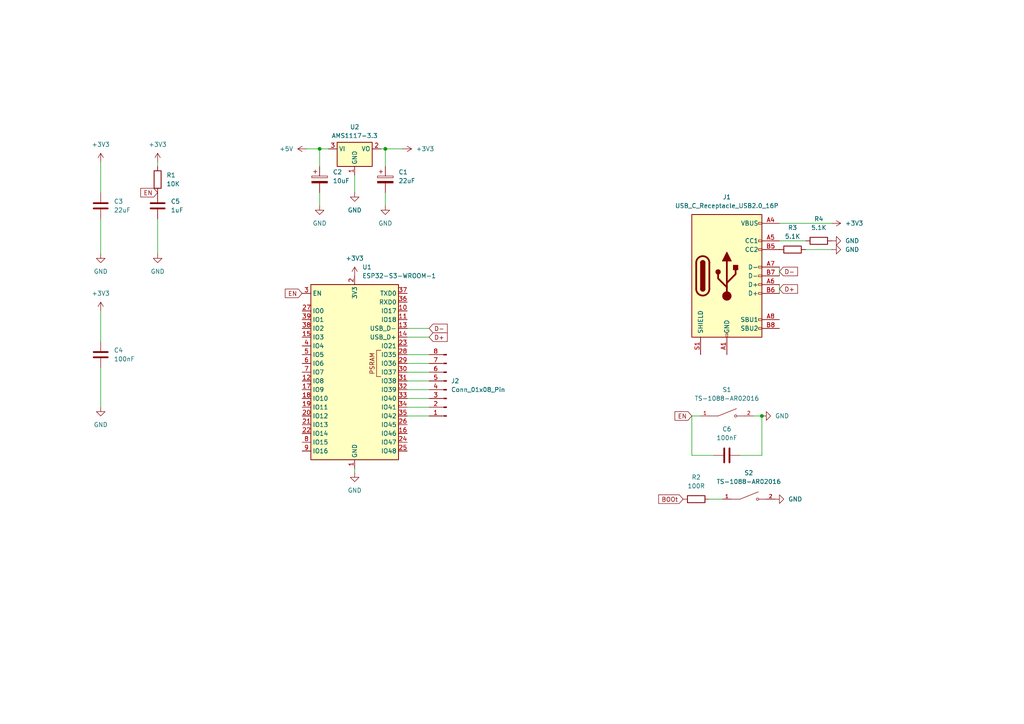
<source format=kicad_sch>
(kicad_sch
	(version 20231120)
	(generator "eeschema")
	(generator_version "8.0")
	(uuid "1962d16e-21fe-421b-a91f-5990a3b04182")
	(paper "A4")
	(lib_symbols
		(symbol "Connector:Conn_01x08_Pin"
			(pin_names
				(offset 1.016) hide)
			(exclude_from_sim no)
			(in_bom yes)
			(on_board yes)
			(property "Reference" "J"
				(at 0 10.16 0)
				(effects
					(font
						(size 1.27 1.27)
					)
				)
			)
			(property "Value" "Conn_01x08_Pin"
				(at 0 -12.7 0)
				(effects
					(font
						(size 1.27 1.27)
					)
				)
			)
			(property "Footprint" ""
				(at 0 0 0)
				(effects
					(font
						(size 1.27 1.27)
					)
					(hide yes)
				)
			)
			(property "Datasheet" "~"
				(at 0 0 0)
				(effects
					(font
						(size 1.27 1.27)
					)
					(hide yes)
				)
			)
			(property "Description" "Generic connector, single row, 01x08, script generated"
				(at 0 0 0)
				(effects
					(font
						(size 1.27 1.27)
					)
					(hide yes)
				)
			)
			(property "ki_locked" ""
				(at 0 0 0)
				(effects
					(font
						(size 1.27 1.27)
					)
				)
			)
			(property "ki_keywords" "connector"
				(at 0 0 0)
				(effects
					(font
						(size 1.27 1.27)
					)
					(hide yes)
				)
			)
			(property "ki_fp_filters" "Connector*:*_1x??_*"
				(at 0 0 0)
				(effects
					(font
						(size 1.27 1.27)
					)
					(hide yes)
				)
			)
			(symbol "Conn_01x08_Pin_1_1"
				(polyline
					(pts
						(xy 1.27 -10.16) (xy 0.8636 -10.16)
					)
					(stroke
						(width 0.1524)
						(type default)
					)
					(fill
						(type none)
					)
				)
				(polyline
					(pts
						(xy 1.27 -7.62) (xy 0.8636 -7.62)
					)
					(stroke
						(width 0.1524)
						(type default)
					)
					(fill
						(type none)
					)
				)
				(polyline
					(pts
						(xy 1.27 -5.08) (xy 0.8636 -5.08)
					)
					(stroke
						(width 0.1524)
						(type default)
					)
					(fill
						(type none)
					)
				)
				(polyline
					(pts
						(xy 1.27 -2.54) (xy 0.8636 -2.54)
					)
					(stroke
						(width 0.1524)
						(type default)
					)
					(fill
						(type none)
					)
				)
				(polyline
					(pts
						(xy 1.27 0) (xy 0.8636 0)
					)
					(stroke
						(width 0.1524)
						(type default)
					)
					(fill
						(type none)
					)
				)
				(polyline
					(pts
						(xy 1.27 2.54) (xy 0.8636 2.54)
					)
					(stroke
						(width 0.1524)
						(type default)
					)
					(fill
						(type none)
					)
				)
				(polyline
					(pts
						(xy 1.27 5.08) (xy 0.8636 5.08)
					)
					(stroke
						(width 0.1524)
						(type default)
					)
					(fill
						(type none)
					)
				)
				(polyline
					(pts
						(xy 1.27 7.62) (xy 0.8636 7.62)
					)
					(stroke
						(width 0.1524)
						(type default)
					)
					(fill
						(type none)
					)
				)
				(rectangle
					(start 0.8636 -10.033)
					(end 0 -10.287)
					(stroke
						(width 0.1524)
						(type default)
					)
					(fill
						(type outline)
					)
				)
				(rectangle
					(start 0.8636 -7.493)
					(end 0 -7.747)
					(stroke
						(width 0.1524)
						(type default)
					)
					(fill
						(type outline)
					)
				)
				(rectangle
					(start 0.8636 -4.953)
					(end 0 -5.207)
					(stroke
						(width 0.1524)
						(type default)
					)
					(fill
						(type outline)
					)
				)
				(rectangle
					(start 0.8636 -2.413)
					(end 0 -2.667)
					(stroke
						(width 0.1524)
						(type default)
					)
					(fill
						(type outline)
					)
				)
				(rectangle
					(start 0.8636 0.127)
					(end 0 -0.127)
					(stroke
						(width 0.1524)
						(type default)
					)
					(fill
						(type outline)
					)
				)
				(rectangle
					(start 0.8636 2.667)
					(end 0 2.413)
					(stroke
						(width 0.1524)
						(type default)
					)
					(fill
						(type outline)
					)
				)
				(rectangle
					(start 0.8636 5.207)
					(end 0 4.953)
					(stroke
						(width 0.1524)
						(type default)
					)
					(fill
						(type outline)
					)
				)
				(rectangle
					(start 0.8636 7.747)
					(end 0 7.493)
					(stroke
						(width 0.1524)
						(type default)
					)
					(fill
						(type outline)
					)
				)
				(pin passive line
					(at 5.08 7.62 180)
					(length 3.81)
					(name "Pin_1"
						(effects
							(font
								(size 1.27 1.27)
							)
						)
					)
					(number "1"
						(effects
							(font
								(size 1.27 1.27)
							)
						)
					)
				)
				(pin passive line
					(at 5.08 5.08 180)
					(length 3.81)
					(name "Pin_2"
						(effects
							(font
								(size 1.27 1.27)
							)
						)
					)
					(number "2"
						(effects
							(font
								(size 1.27 1.27)
							)
						)
					)
				)
				(pin passive line
					(at 5.08 2.54 180)
					(length 3.81)
					(name "Pin_3"
						(effects
							(font
								(size 1.27 1.27)
							)
						)
					)
					(number "3"
						(effects
							(font
								(size 1.27 1.27)
							)
						)
					)
				)
				(pin passive line
					(at 5.08 0 180)
					(length 3.81)
					(name "Pin_4"
						(effects
							(font
								(size 1.27 1.27)
							)
						)
					)
					(number "4"
						(effects
							(font
								(size 1.27 1.27)
							)
						)
					)
				)
				(pin passive line
					(at 5.08 -2.54 180)
					(length 3.81)
					(name "Pin_5"
						(effects
							(font
								(size 1.27 1.27)
							)
						)
					)
					(number "5"
						(effects
							(font
								(size 1.27 1.27)
							)
						)
					)
				)
				(pin passive line
					(at 5.08 -5.08 180)
					(length 3.81)
					(name "Pin_6"
						(effects
							(font
								(size 1.27 1.27)
							)
						)
					)
					(number "6"
						(effects
							(font
								(size 1.27 1.27)
							)
						)
					)
				)
				(pin passive line
					(at 5.08 -7.62 180)
					(length 3.81)
					(name "Pin_7"
						(effects
							(font
								(size 1.27 1.27)
							)
						)
					)
					(number "7"
						(effects
							(font
								(size 1.27 1.27)
							)
						)
					)
				)
				(pin passive line
					(at 5.08 -10.16 180)
					(length 3.81)
					(name "Pin_8"
						(effects
							(font
								(size 1.27 1.27)
							)
						)
					)
					(number "8"
						(effects
							(font
								(size 1.27 1.27)
							)
						)
					)
				)
			)
		)
		(symbol "Connector:USB_C_Receptacle_USB2.0_16P"
			(pin_names
				(offset 1.016)
			)
			(exclude_from_sim no)
			(in_bom yes)
			(on_board yes)
			(property "Reference" "J"
				(at 0 22.225 0)
				(effects
					(font
						(size 1.27 1.27)
					)
				)
			)
			(property "Value" "USB_C_Receptacle_USB2.0_16P"
				(at 0 19.685 0)
				(effects
					(font
						(size 1.27 1.27)
					)
				)
			)
			(property "Footprint" ""
				(at 3.81 0 0)
				(effects
					(font
						(size 1.27 1.27)
					)
					(hide yes)
				)
			)
			(property "Datasheet" "https://www.usb.org/sites/default/files/documents/usb_type-c.zip"
				(at 3.81 0 0)
				(effects
					(font
						(size 1.27 1.27)
					)
					(hide yes)
				)
			)
			(property "Description" "USB 2.0-only 16P Type-C Receptacle connector"
				(at 0 0 0)
				(effects
					(font
						(size 1.27 1.27)
					)
					(hide yes)
				)
			)
			(property "ki_keywords" "usb universal serial bus type-C USB2.0"
				(at 0 0 0)
				(effects
					(font
						(size 1.27 1.27)
					)
					(hide yes)
				)
			)
			(property "ki_fp_filters" "USB*C*Receptacle*"
				(at 0 0 0)
				(effects
					(font
						(size 1.27 1.27)
					)
					(hide yes)
				)
			)
			(symbol "USB_C_Receptacle_USB2.0_16P_0_0"
				(rectangle
					(start -0.254 -17.78)
					(end 0.254 -16.764)
					(stroke
						(width 0)
						(type default)
					)
					(fill
						(type none)
					)
				)
				(rectangle
					(start 10.16 -14.986)
					(end 9.144 -15.494)
					(stroke
						(width 0)
						(type default)
					)
					(fill
						(type none)
					)
				)
				(rectangle
					(start 10.16 -12.446)
					(end 9.144 -12.954)
					(stroke
						(width 0)
						(type default)
					)
					(fill
						(type none)
					)
				)
				(rectangle
					(start 10.16 -4.826)
					(end 9.144 -5.334)
					(stroke
						(width 0)
						(type default)
					)
					(fill
						(type none)
					)
				)
				(rectangle
					(start 10.16 -2.286)
					(end 9.144 -2.794)
					(stroke
						(width 0)
						(type default)
					)
					(fill
						(type none)
					)
				)
				(rectangle
					(start 10.16 0.254)
					(end 9.144 -0.254)
					(stroke
						(width 0)
						(type default)
					)
					(fill
						(type none)
					)
				)
				(rectangle
					(start 10.16 2.794)
					(end 9.144 2.286)
					(stroke
						(width 0)
						(type default)
					)
					(fill
						(type none)
					)
				)
				(rectangle
					(start 10.16 7.874)
					(end 9.144 7.366)
					(stroke
						(width 0)
						(type default)
					)
					(fill
						(type none)
					)
				)
				(rectangle
					(start 10.16 10.414)
					(end 9.144 9.906)
					(stroke
						(width 0)
						(type default)
					)
					(fill
						(type none)
					)
				)
				(rectangle
					(start 10.16 15.494)
					(end 9.144 14.986)
					(stroke
						(width 0)
						(type default)
					)
					(fill
						(type none)
					)
				)
			)
			(symbol "USB_C_Receptacle_USB2.0_16P_0_1"
				(rectangle
					(start -10.16 17.78)
					(end 10.16 -17.78)
					(stroke
						(width 0.254)
						(type default)
					)
					(fill
						(type background)
					)
				)
				(arc
					(start -8.89 -3.81)
					(mid -6.985 -5.7067)
					(end -5.08 -3.81)
					(stroke
						(width 0.508)
						(type default)
					)
					(fill
						(type none)
					)
				)
				(arc
					(start -7.62 -3.81)
					(mid -6.985 -4.4423)
					(end -6.35 -3.81)
					(stroke
						(width 0.254)
						(type default)
					)
					(fill
						(type none)
					)
				)
				(arc
					(start -7.62 -3.81)
					(mid -6.985 -4.4423)
					(end -6.35 -3.81)
					(stroke
						(width 0.254)
						(type default)
					)
					(fill
						(type outline)
					)
				)
				(rectangle
					(start -7.62 -3.81)
					(end -6.35 3.81)
					(stroke
						(width 0.254)
						(type default)
					)
					(fill
						(type outline)
					)
				)
				(arc
					(start -6.35 3.81)
					(mid -6.985 4.4423)
					(end -7.62 3.81)
					(stroke
						(width 0.254)
						(type default)
					)
					(fill
						(type none)
					)
				)
				(arc
					(start -6.35 3.81)
					(mid -6.985 4.4423)
					(end -7.62 3.81)
					(stroke
						(width 0.254)
						(type default)
					)
					(fill
						(type outline)
					)
				)
				(arc
					(start -5.08 3.81)
					(mid -6.985 5.7067)
					(end -8.89 3.81)
					(stroke
						(width 0.508)
						(type default)
					)
					(fill
						(type none)
					)
				)
				(circle
					(center -2.54 1.143)
					(radius 0.635)
					(stroke
						(width 0.254)
						(type default)
					)
					(fill
						(type outline)
					)
				)
				(circle
					(center 0 -5.842)
					(radius 1.27)
					(stroke
						(width 0)
						(type default)
					)
					(fill
						(type outline)
					)
				)
				(polyline
					(pts
						(xy -8.89 -3.81) (xy -8.89 3.81)
					)
					(stroke
						(width 0.508)
						(type default)
					)
					(fill
						(type none)
					)
				)
				(polyline
					(pts
						(xy -5.08 3.81) (xy -5.08 -3.81)
					)
					(stroke
						(width 0.508)
						(type default)
					)
					(fill
						(type none)
					)
				)
				(polyline
					(pts
						(xy 0 -5.842) (xy 0 4.318)
					)
					(stroke
						(width 0.508)
						(type default)
					)
					(fill
						(type none)
					)
				)
				(polyline
					(pts
						(xy 0 -3.302) (xy -2.54 -0.762) (xy -2.54 0.508)
					)
					(stroke
						(width 0.508)
						(type default)
					)
					(fill
						(type none)
					)
				)
				(polyline
					(pts
						(xy 0 -2.032) (xy 2.54 0.508) (xy 2.54 1.778)
					)
					(stroke
						(width 0.508)
						(type default)
					)
					(fill
						(type none)
					)
				)
				(polyline
					(pts
						(xy -1.27 4.318) (xy 0 6.858) (xy 1.27 4.318) (xy -1.27 4.318)
					)
					(stroke
						(width 0.254)
						(type default)
					)
					(fill
						(type outline)
					)
				)
				(rectangle
					(start 1.905 1.778)
					(end 3.175 3.048)
					(stroke
						(width 0.254)
						(type default)
					)
					(fill
						(type outline)
					)
				)
			)
			(symbol "USB_C_Receptacle_USB2.0_16P_1_1"
				(pin passive line
					(at 0 -22.86 90)
					(length 5.08)
					(name "GND"
						(effects
							(font
								(size 1.27 1.27)
							)
						)
					)
					(number "A1"
						(effects
							(font
								(size 1.27 1.27)
							)
						)
					)
				)
				(pin passive line
					(at 0 -22.86 90)
					(length 5.08) hide
					(name "GND"
						(effects
							(font
								(size 1.27 1.27)
							)
						)
					)
					(number "A12"
						(effects
							(font
								(size 1.27 1.27)
							)
						)
					)
				)
				(pin passive line
					(at 15.24 15.24 180)
					(length 5.08)
					(name "VBUS"
						(effects
							(font
								(size 1.27 1.27)
							)
						)
					)
					(number "A4"
						(effects
							(font
								(size 1.27 1.27)
							)
						)
					)
				)
				(pin bidirectional line
					(at 15.24 10.16 180)
					(length 5.08)
					(name "CC1"
						(effects
							(font
								(size 1.27 1.27)
							)
						)
					)
					(number "A5"
						(effects
							(font
								(size 1.27 1.27)
							)
						)
					)
				)
				(pin bidirectional line
					(at 15.24 -2.54 180)
					(length 5.08)
					(name "D+"
						(effects
							(font
								(size 1.27 1.27)
							)
						)
					)
					(number "A6"
						(effects
							(font
								(size 1.27 1.27)
							)
						)
					)
				)
				(pin bidirectional line
					(at 15.24 2.54 180)
					(length 5.08)
					(name "D-"
						(effects
							(font
								(size 1.27 1.27)
							)
						)
					)
					(number "A7"
						(effects
							(font
								(size 1.27 1.27)
							)
						)
					)
				)
				(pin bidirectional line
					(at 15.24 -12.7 180)
					(length 5.08)
					(name "SBU1"
						(effects
							(font
								(size 1.27 1.27)
							)
						)
					)
					(number "A8"
						(effects
							(font
								(size 1.27 1.27)
							)
						)
					)
				)
				(pin passive line
					(at 15.24 15.24 180)
					(length 5.08) hide
					(name "VBUS"
						(effects
							(font
								(size 1.27 1.27)
							)
						)
					)
					(number "A9"
						(effects
							(font
								(size 1.27 1.27)
							)
						)
					)
				)
				(pin passive line
					(at 0 -22.86 90)
					(length 5.08) hide
					(name "GND"
						(effects
							(font
								(size 1.27 1.27)
							)
						)
					)
					(number "B1"
						(effects
							(font
								(size 1.27 1.27)
							)
						)
					)
				)
				(pin passive line
					(at 0 -22.86 90)
					(length 5.08) hide
					(name "GND"
						(effects
							(font
								(size 1.27 1.27)
							)
						)
					)
					(number "B12"
						(effects
							(font
								(size 1.27 1.27)
							)
						)
					)
				)
				(pin passive line
					(at 15.24 15.24 180)
					(length 5.08) hide
					(name "VBUS"
						(effects
							(font
								(size 1.27 1.27)
							)
						)
					)
					(number "B4"
						(effects
							(font
								(size 1.27 1.27)
							)
						)
					)
				)
				(pin bidirectional line
					(at 15.24 7.62 180)
					(length 5.08)
					(name "CC2"
						(effects
							(font
								(size 1.27 1.27)
							)
						)
					)
					(number "B5"
						(effects
							(font
								(size 1.27 1.27)
							)
						)
					)
				)
				(pin bidirectional line
					(at 15.24 -5.08 180)
					(length 5.08)
					(name "D+"
						(effects
							(font
								(size 1.27 1.27)
							)
						)
					)
					(number "B6"
						(effects
							(font
								(size 1.27 1.27)
							)
						)
					)
				)
				(pin bidirectional line
					(at 15.24 0 180)
					(length 5.08)
					(name "D-"
						(effects
							(font
								(size 1.27 1.27)
							)
						)
					)
					(number "B7"
						(effects
							(font
								(size 1.27 1.27)
							)
						)
					)
				)
				(pin bidirectional line
					(at 15.24 -15.24 180)
					(length 5.08)
					(name "SBU2"
						(effects
							(font
								(size 1.27 1.27)
							)
						)
					)
					(number "B8"
						(effects
							(font
								(size 1.27 1.27)
							)
						)
					)
				)
				(pin passive line
					(at 15.24 15.24 180)
					(length 5.08) hide
					(name "VBUS"
						(effects
							(font
								(size 1.27 1.27)
							)
						)
					)
					(number "B9"
						(effects
							(font
								(size 1.27 1.27)
							)
						)
					)
				)
				(pin passive line
					(at -7.62 -22.86 90)
					(length 5.08)
					(name "SHIELD"
						(effects
							(font
								(size 1.27 1.27)
							)
						)
					)
					(number "S1"
						(effects
							(font
								(size 1.27 1.27)
							)
						)
					)
				)
			)
		)
		(symbol "Device:C"
			(pin_numbers hide)
			(pin_names
				(offset 0.254)
			)
			(exclude_from_sim no)
			(in_bom yes)
			(on_board yes)
			(property "Reference" "C"
				(at 0.635 2.54 0)
				(effects
					(font
						(size 1.27 1.27)
					)
					(justify left)
				)
			)
			(property "Value" "C"
				(at 0.635 -2.54 0)
				(effects
					(font
						(size 1.27 1.27)
					)
					(justify left)
				)
			)
			(property "Footprint" ""
				(at 0.9652 -3.81 0)
				(effects
					(font
						(size 1.27 1.27)
					)
					(hide yes)
				)
			)
			(property "Datasheet" "~"
				(at 0 0 0)
				(effects
					(font
						(size 1.27 1.27)
					)
					(hide yes)
				)
			)
			(property "Description" "Unpolarized capacitor"
				(at 0 0 0)
				(effects
					(font
						(size 1.27 1.27)
					)
					(hide yes)
				)
			)
			(property "ki_keywords" "cap capacitor"
				(at 0 0 0)
				(effects
					(font
						(size 1.27 1.27)
					)
					(hide yes)
				)
			)
			(property "ki_fp_filters" "C_*"
				(at 0 0 0)
				(effects
					(font
						(size 1.27 1.27)
					)
					(hide yes)
				)
			)
			(symbol "C_0_1"
				(polyline
					(pts
						(xy -2.032 -0.762) (xy 2.032 -0.762)
					)
					(stroke
						(width 0.508)
						(type default)
					)
					(fill
						(type none)
					)
				)
				(polyline
					(pts
						(xy -2.032 0.762) (xy 2.032 0.762)
					)
					(stroke
						(width 0.508)
						(type default)
					)
					(fill
						(type none)
					)
				)
			)
			(symbol "C_1_1"
				(pin passive line
					(at 0 3.81 270)
					(length 2.794)
					(name "~"
						(effects
							(font
								(size 1.27 1.27)
							)
						)
					)
					(number "1"
						(effects
							(font
								(size 1.27 1.27)
							)
						)
					)
				)
				(pin passive line
					(at 0 -3.81 90)
					(length 2.794)
					(name "~"
						(effects
							(font
								(size 1.27 1.27)
							)
						)
					)
					(number "2"
						(effects
							(font
								(size 1.27 1.27)
							)
						)
					)
				)
			)
		)
		(symbol "Device:C_Polarized"
			(pin_numbers hide)
			(pin_names
				(offset 0.254)
			)
			(exclude_from_sim no)
			(in_bom yes)
			(on_board yes)
			(property "Reference" "C"
				(at 0.635 2.54 0)
				(effects
					(font
						(size 1.27 1.27)
					)
					(justify left)
				)
			)
			(property "Value" "C_Polarized"
				(at 0.635 -2.54 0)
				(effects
					(font
						(size 1.27 1.27)
					)
					(justify left)
				)
			)
			(property "Footprint" ""
				(at 0.9652 -3.81 0)
				(effects
					(font
						(size 1.27 1.27)
					)
					(hide yes)
				)
			)
			(property "Datasheet" "~"
				(at 0 0 0)
				(effects
					(font
						(size 1.27 1.27)
					)
					(hide yes)
				)
			)
			(property "Description" "Polarized capacitor"
				(at 0 0 0)
				(effects
					(font
						(size 1.27 1.27)
					)
					(hide yes)
				)
			)
			(property "ki_keywords" "cap capacitor"
				(at 0 0 0)
				(effects
					(font
						(size 1.27 1.27)
					)
					(hide yes)
				)
			)
			(property "ki_fp_filters" "CP_*"
				(at 0 0 0)
				(effects
					(font
						(size 1.27 1.27)
					)
					(hide yes)
				)
			)
			(symbol "C_Polarized_0_1"
				(rectangle
					(start -2.286 0.508)
					(end 2.286 1.016)
					(stroke
						(width 0)
						(type default)
					)
					(fill
						(type none)
					)
				)
				(polyline
					(pts
						(xy -1.778 2.286) (xy -0.762 2.286)
					)
					(stroke
						(width 0)
						(type default)
					)
					(fill
						(type none)
					)
				)
				(polyline
					(pts
						(xy -1.27 2.794) (xy -1.27 1.778)
					)
					(stroke
						(width 0)
						(type default)
					)
					(fill
						(type none)
					)
				)
				(rectangle
					(start 2.286 -0.508)
					(end -2.286 -1.016)
					(stroke
						(width 0)
						(type default)
					)
					(fill
						(type outline)
					)
				)
			)
			(symbol "C_Polarized_1_1"
				(pin passive line
					(at 0 3.81 270)
					(length 2.794)
					(name "~"
						(effects
							(font
								(size 1.27 1.27)
							)
						)
					)
					(number "1"
						(effects
							(font
								(size 1.27 1.27)
							)
						)
					)
				)
				(pin passive line
					(at 0 -3.81 90)
					(length 2.794)
					(name "~"
						(effects
							(font
								(size 1.27 1.27)
							)
						)
					)
					(number "2"
						(effects
							(font
								(size 1.27 1.27)
							)
						)
					)
				)
			)
		)
		(symbol "Device:R"
			(pin_numbers hide)
			(pin_names
				(offset 0)
			)
			(exclude_from_sim no)
			(in_bom yes)
			(on_board yes)
			(property "Reference" "R"
				(at 2.032 0 90)
				(effects
					(font
						(size 1.27 1.27)
					)
				)
			)
			(property "Value" "R"
				(at 0 0 90)
				(effects
					(font
						(size 1.27 1.27)
					)
				)
			)
			(property "Footprint" ""
				(at -1.778 0 90)
				(effects
					(font
						(size 1.27 1.27)
					)
					(hide yes)
				)
			)
			(property "Datasheet" "~"
				(at 0 0 0)
				(effects
					(font
						(size 1.27 1.27)
					)
					(hide yes)
				)
			)
			(property "Description" "Resistor"
				(at 0 0 0)
				(effects
					(font
						(size 1.27 1.27)
					)
					(hide yes)
				)
			)
			(property "ki_keywords" "R res resistor"
				(at 0 0 0)
				(effects
					(font
						(size 1.27 1.27)
					)
					(hide yes)
				)
			)
			(property "ki_fp_filters" "R_*"
				(at 0 0 0)
				(effects
					(font
						(size 1.27 1.27)
					)
					(hide yes)
				)
			)
			(symbol "R_0_1"
				(rectangle
					(start -1.016 -2.54)
					(end 1.016 2.54)
					(stroke
						(width 0.254)
						(type default)
					)
					(fill
						(type none)
					)
				)
			)
			(symbol "R_1_1"
				(pin passive line
					(at 0 3.81 270)
					(length 1.27)
					(name "~"
						(effects
							(font
								(size 1.27 1.27)
							)
						)
					)
					(number "1"
						(effects
							(font
								(size 1.27 1.27)
							)
						)
					)
				)
				(pin passive line
					(at 0 -3.81 90)
					(length 1.27)
					(name "~"
						(effects
							(font
								(size 1.27 1.27)
							)
						)
					)
					(number "2"
						(effects
							(font
								(size 1.27 1.27)
							)
						)
					)
				)
			)
		)
		(symbol "RF_Module:ESP32-S3-WROOM-1"
			(exclude_from_sim no)
			(in_bom yes)
			(on_board yes)
			(property "Reference" "U"
				(at -12.7 26.67 0)
				(effects
					(font
						(size 1.27 1.27)
					)
				)
			)
			(property "Value" "ESP32-S3-WROOM-1"
				(at 12.7 26.67 0)
				(effects
					(font
						(size 1.27 1.27)
					)
				)
			)
			(property "Footprint" "RF_Module:ESP32-S3-WROOM-1"
				(at 0 2.54 0)
				(effects
					(font
						(size 1.27 1.27)
					)
					(hide yes)
				)
			)
			(property "Datasheet" "https://www.espressif.com/sites/default/files/documentation/esp32-s3-wroom-1_wroom-1u_datasheet_en.pdf"
				(at 0 0 0)
				(effects
					(font
						(size 1.27 1.27)
					)
					(hide yes)
				)
			)
			(property "Description" "RF Module, ESP32-S3 SoC, Wi-Fi 802.11b/g/n, Bluetooth, BLE, 32-bit, 3.3V, onboard antenna, SMD"
				(at 0 0 0)
				(effects
					(font
						(size 1.27 1.27)
					)
					(hide yes)
				)
			)
			(property "ki_keywords" "RF Radio BT ESP ESP32-S3 Espressif onboard PCB antenna"
				(at 0 0 0)
				(effects
					(font
						(size 1.27 1.27)
					)
					(hide yes)
				)
			)
			(property "ki_fp_filters" "ESP32?S3?WROOM?1*"
				(at 0 0 0)
				(effects
					(font
						(size 1.27 1.27)
					)
					(hide yes)
				)
			)
			(symbol "ESP32-S3-WROOM-1_0_0"
				(rectangle
					(start -12.7 25.4)
					(end 12.7 -25.4)
					(stroke
						(width 0.254)
						(type default)
					)
					(fill
						(type background)
					)
				)
				(text "PSRAM"
					(at 5.08 2.54 900)
					(effects
						(font
							(size 1.27 1.27)
						)
					)
				)
			)
			(symbol "ESP32-S3-WROOM-1_0_1"
				(polyline
					(pts
						(xy 7.62 -1.27) (xy 6.35 -1.27) (xy 6.35 6.35) (xy 7.62 6.35)
					)
					(stroke
						(width 0)
						(type default)
					)
					(fill
						(type none)
					)
				)
			)
			(symbol "ESP32-S3-WROOM-1_1_1"
				(pin power_in line
					(at 0 -27.94 90)
					(length 2.54)
					(name "GND"
						(effects
							(font
								(size 1.27 1.27)
							)
						)
					)
					(number "1"
						(effects
							(font
								(size 1.27 1.27)
							)
						)
					)
				)
				(pin bidirectional line
					(at 15.24 17.78 180)
					(length 2.54)
					(name "IO17"
						(effects
							(font
								(size 1.27 1.27)
							)
						)
					)
					(number "10"
						(effects
							(font
								(size 1.27 1.27)
							)
						)
					)
				)
				(pin bidirectional line
					(at 15.24 15.24 180)
					(length 2.54)
					(name "IO18"
						(effects
							(font
								(size 1.27 1.27)
							)
						)
					)
					(number "11"
						(effects
							(font
								(size 1.27 1.27)
							)
						)
					)
				)
				(pin bidirectional line
					(at -15.24 -2.54 0)
					(length 2.54)
					(name "IO8"
						(effects
							(font
								(size 1.27 1.27)
							)
						)
					)
					(number "12"
						(effects
							(font
								(size 1.27 1.27)
							)
						)
					)
				)
				(pin bidirectional line
					(at 15.24 12.7 180)
					(length 2.54)
					(name "USB_D-"
						(effects
							(font
								(size 1.27 1.27)
							)
						)
					)
					(number "13"
						(effects
							(font
								(size 1.27 1.27)
							)
						)
					)
					(alternate "IO19" bidirectional line)
				)
				(pin bidirectional line
					(at 15.24 10.16 180)
					(length 2.54)
					(name "USB_D+"
						(effects
							(font
								(size 1.27 1.27)
							)
						)
					)
					(number "14"
						(effects
							(font
								(size 1.27 1.27)
							)
						)
					)
					(alternate "IO20" bidirectional line)
				)
				(pin bidirectional line
					(at -15.24 10.16 0)
					(length 2.54)
					(name "IO3"
						(effects
							(font
								(size 1.27 1.27)
							)
						)
					)
					(number "15"
						(effects
							(font
								(size 1.27 1.27)
							)
						)
					)
				)
				(pin bidirectional line
					(at 15.24 -17.78 180)
					(length 2.54)
					(name "IO46"
						(effects
							(font
								(size 1.27 1.27)
							)
						)
					)
					(number "16"
						(effects
							(font
								(size 1.27 1.27)
							)
						)
					)
				)
				(pin bidirectional line
					(at -15.24 -5.08 0)
					(length 2.54)
					(name "IO9"
						(effects
							(font
								(size 1.27 1.27)
							)
						)
					)
					(number "17"
						(effects
							(font
								(size 1.27 1.27)
							)
						)
					)
				)
				(pin bidirectional line
					(at -15.24 -7.62 0)
					(length 2.54)
					(name "IO10"
						(effects
							(font
								(size 1.27 1.27)
							)
						)
					)
					(number "18"
						(effects
							(font
								(size 1.27 1.27)
							)
						)
					)
				)
				(pin bidirectional line
					(at -15.24 -10.16 0)
					(length 2.54)
					(name "IO11"
						(effects
							(font
								(size 1.27 1.27)
							)
						)
					)
					(number "19"
						(effects
							(font
								(size 1.27 1.27)
							)
						)
					)
				)
				(pin power_in line
					(at 0 27.94 270)
					(length 2.54)
					(name "3V3"
						(effects
							(font
								(size 1.27 1.27)
							)
						)
					)
					(number "2"
						(effects
							(font
								(size 1.27 1.27)
							)
						)
					)
				)
				(pin bidirectional line
					(at -15.24 -12.7 0)
					(length 2.54)
					(name "IO12"
						(effects
							(font
								(size 1.27 1.27)
							)
						)
					)
					(number "20"
						(effects
							(font
								(size 1.27 1.27)
							)
						)
					)
				)
				(pin bidirectional line
					(at -15.24 -15.24 0)
					(length 2.54)
					(name "IO13"
						(effects
							(font
								(size 1.27 1.27)
							)
						)
					)
					(number "21"
						(effects
							(font
								(size 1.27 1.27)
							)
						)
					)
				)
				(pin bidirectional line
					(at -15.24 -17.78 0)
					(length 2.54)
					(name "IO14"
						(effects
							(font
								(size 1.27 1.27)
							)
						)
					)
					(number "22"
						(effects
							(font
								(size 1.27 1.27)
							)
						)
					)
				)
				(pin bidirectional line
					(at 15.24 7.62 180)
					(length 2.54)
					(name "IO21"
						(effects
							(font
								(size 1.27 1.27)
							)
						)
					)
					(number "23"
						(effects
							(font
								(size 1.27 1.27)
							)
						)
					)
				)
				(pin bidirectional line
					(at 15.24 -20.32 180)
					(length 2.54)
					(name "IO47"
						(effects
							(font
								(size 1.27 1.27)
							)
						)
					)
					(number "24"
						(effects
							(font
								(size 1.27 1.27)
							)
						)
					)
				)
				(pin bidirectional line
					(at 15.24 -22.86 180)
					(length 2.54)
					(name "IO48"
						(effects
							(font
								(size 1.27 1.27)
							)
						)
					)
					(number "25"
						(effects
							(font
								(size 1.27 1.27)
							)
						)
					)
				)
				(pin bidirectional line
					(at 15.24 -15.24 180)
					(length 2.54)
					(name "IO45"
						(effects
							(font
								(size 1.27 1.27)
							)
						)
					)
					(number "26"
						(effects
							(font
								(size 1.27 1.27)
							)
						)
					)
				)
				(pin bidirectional line
					(at -15.24 17.78 0)
					(length 2.54)
					(name "IO0"
						(effects
							(font
								(size 1.27 1.27)
							)
						)
					)
					(number "27"
						(effects
							(font
								(size 1.27 1.27)
							)
						)
					)
				)
				(pin bidirectional line
					(at 15.24 5.08 180)
					(length 2.54)
					(name "IO35"
						(effects
							(font
								(size 1.27 1.27)
							)
						)
					)
					(number "28"
						(effects
							(font
								(size 1.27 1.27)
							)
						)
					)
				)
				(pin bidirectional line
					(at 15.24 2.54 180)
					(length 2.54)
					(name "IO36"
						(effects
							(font
								(size 1.27 1.27)
							)
						)
					)
					(number "29"
						(effects
							(font
								(size 1.27 1.27)
							)
						)
					)
				)
				(pin input line
					(at -15.24 22.86 0)
					(length 2.54)
					(name "EN"
						(effects
							(font
								(size 1.27 1.27)
							)
						)
					)
					(number "3"
						(effects
							(font
								(size 1.27 1.27)
							)
						)
					)
				)
				(pin bidirectional line
					(at 15.24 0 180)
					(length 2.54)
					(name "IO37"
						(effects
							(font
								(size 1.27 1.27)
							)
						)
					)
					(number "30"
						(effects
							(font
								(size 1.27 1.27)
							)
						)
					)
				)
				(pin bidirectional line
					(at 15.24 -2.54 180)
					(length 2.54)
					(name "IO38"
						(effects
							(font
								(size 1.27 1.27)
							)
						)
					)
					(number "31"
						(effects
							(font
								(size 1.27 1.27)
							)
						)
					)
				)
				(pin bidirectional line
					(at 15.24 -5.08 180)
					(length 2.54)
					(name "IO39"
						(effects
							(font
								(size 1.27 1.27)
							)
						)
					)
					(number "32"
						(effects
							(font
								(size 1.27 1.27)
							)
						)
					)
				)
				(pin bidirectional line
					(at 15.24 -7.62 180)
					(length 2.54)
					(name "IO40"
						(effects
							(font
								(size 1.27 1.27)
							)
						)
					)
					(number "33"
						(effects
							(font
								(size 1.27 1.27)
							)
						)
					)
				)
				(pin bidirectional line
					(at 15.24 -10.16 180)
					(length 2.54)
					(name "IO41"
						(effects
							(font
								(size 1.27 1.27)
							)
						)
					)
					(number "34"
						(effects
							(font
								(size 1.27 1.27)
							)
						)
					)
				)
				(pin bidirectional line
					(at 15.24 -12.7 180)
					(length 2.54)
					(name "IO42"
						(effects
							(font
								(size 1.27 1.27)
							)
						)
					)
					(number "35"
						(effects
							(font
								(size 1.27 1.27)
							)
						)
					)
				)
				(pin bidirectional line
					(at 15.24 20.32 180)
					(length 2.54)
					(name "RXD0"
						(effects
							(font
								(size 1.27 1.27)
							)
						)
					)
					(number "36"
						(effects
							(font
								(size 1.27 1.27)
							)
						)
					)
				)
				(pin bidirectional line
					(at 15.24 22.86 180)
					(length 2.54)
					(name "TXD0"
						(effects
							(font
								(size 1.27 1.27)
							)
						)
					)
					(number "37"
						(effects
							(font
								(size 1.27 1.27)
							)
						)
					)
				)
				(pin bidirectional line
					(at -15.24 12.7 0)
					(length 2.54)
					(name "IO2"
						(effects
							(font
								(size 1.27 1.27)
							)
						)
					)
					(number "38"
						(effects
							(font
								(size 1.27 1.27)
							)
						)
					)
				)
				(pin bidirectional line
					(at -15.24 15.24 0)
					(length 2.54)
					(name "IO1"
						(effects
							(font
								(size 1.27 1.27)
							)
						)
					)
					(number "39"
						(effects
							(font
								(size 1.27 1.27)
							)
						)
					)
				)
				(pin bidirectional line
					(at -15.24 7.62 0)
					(length 2.54)
					(name "IO4"
						(effects
							(font
								(size 1.27 1.27)
							)
						)
					)
					(number "4"
						(effects
							(font
								(size 1.27 1.27)
							)
						)
					)
				)
				(pin passive line
					(at 0 -27.94 90)
					(length 2.54) hide
					(name "GND"
						(effects
							(font
								(size 1.27 1.27)
							)
						)
					)
					(number "40"
						(effects
							(font
								(size 1.27 1.27)
							)
						)
					)
				)
				(pin passive line
					(at 0 -27.94 90)
					(length 2.54) hide
					(name "GND"
						(effects
							(font
								(size 1.27 1.27)
							)
						)
					)
					(number "41"
						(effects
							(font
								(size 1.27 1.27)
							)
						)
					)
				)
				(pin bidirectional line
					(at -15.24 5.08 0)
					(length 2.54)
					(name "IO5"
						(effects
							(font
								(size 1.27 1.27)
							)
						)
					)
					(number "5"
						(effects
							(font
								(size 1.27 1.27)
							)
						)
					)
				)
				(pin bidirectional line
					(at -15.24 2.54 0)
					(length 2.54)
					(name "IO6"
						(effects
							(font
								(size 1.27 1.27)
							)
						)
					)
					(number "6"
						(effects
							(font
								(size 1.27 1.27)
							)
						)
					)
				)
				(pin bidirectional line
					(at -15.24 0 0)
					(length 2.54)
					(name "IO7"
						(effects
							(font
								(size 1.27 1.27)
							)
						)
					)
					(number "7"
						(effects
							(font
								(size 1.27 1.27)
							)
						)
					)
				)
				(pin bidirectional line
					(at -15.24 -20.32 0)
					(length 2.54)
					(name "IO15"
						(effects
							(font
								(size 1.27 1.27)
							)
						)
					)
					(number "8"
						(effects
							(font
								(size 1.27 1.27)
							)
						)
					)
				)
				(pin bidirectional line
					(at -15.24 -22.86 0)
					(length 2.54)
					(name "IO16"
						(effects
							(font
								(size 1.27 1.27)
							)
						)
					)
					(number "9"
						(effects
							(font
								(size 1.27 1.27)
							)
						)
					)
				)
			)
		)
		(symbol "Regulator_Linear:AMS1117-3.3"
			(exclude_from_sim no)
			(in_bom yes)
			(on_board yes)
			(property "Reference" "U"
				(at -3.81 3.175 0)
				(effects
					(font
						(size 1.27 1.27)
					)
				)
			)
			(property "Value" "AMS1117-3.3"
				(at 0 3.175 0)
				(effects
					(font
						(size 1.27 1.27)
					)
					(justify left)
				)
			)
			(property "Footprint" "Package_TO_SOT_SMD:SOT-223-3_TabPin2"
				(at 0 5.08 0)
				(effects
					(font
						(size 1.27 1.27)
					)
					(hide yes)
				)
			)
			(property "Datasheet" "http://www.advanced-monolithic.com/pdf/ds1117.pdf"
				(at 2.54 -6.35 0)
				(effects
					(font
						(size 1.27 1.27)
					)
					(hide yes)
				)
			)
			(property "Description" "1A Low Dropout regulator, positive, 3.3V fixed output, SOT-223"
				(at 0 0 0)
				(effects
					(font
						(size 1.27 1.27)
					)
					(hide yes)
				)
			)
			(property "ki_keywords" "linear regulator ldo fixed positive"
				(at 0 0 0)
				(effects
					(font
						(size 1.27 1.27)
					)
					(hide yes)
				)
			)
			(property "ki_fp_filters" "SOT?223*TabPin2*"
				(at 0 0 0)
				(effects
					(font
						(size 1.27 1.27)
					)
					(hide yes)
				)
			)
			(symbol "AMS1117-3.3_0_1"
				(rectangle
					(start -5.08 -5.08)
					(end 5.08 1.905)
					(stroke
						(width 0.254)
						(type default)
					)
					(fill
						(type background)
					)
				)
			)
			(symbol "AMS1117-3.3_1_1"
				(pin power_in line
					(at 0 -7.62 90)
					(length 2.54)
					(name "GND"
						(effects
							(font
								(size 1.27 1.27)
							)
						)
					)
					(number "1"
						(effects
							(font
								(size 1.27 1.27)
							)
						)
					)
				)
				(pin power_out line
					(at 7.62 0 180)
					(length 2.54)
					(name "VO"
						(effects
							(font
								(size 1.27 1.27)
							)
						)
					)
					(number "2"
						(effects
							(font
								(size 1.27 1.27)
							)
						)
					)
				)
				(pin power_in line
					(at -7.62 0 0)
					(length 2.54)
					(name "VI"
						(effects
							(font
								(size 1.27 1.27)
							)
						)
					)
					(number "3"
						(effects
							(font
								(size 1.27 1.27)
							)
						)
					)
				)
			)
		)
		(symbol "TS-1088-AR02016:TS-1088-AR02016"
			(pin_names
				(offset 1.016)
			)
			(exclude_from_sim no)
			(in_bom yes)
			(on_board yes)
			(property "Reference" "S"
				(at -2.54 2.54 0)
				(effects
					(font
						(size 1.27 1.27)
					)
					(justify left bottom)
				)
			)
			(property "Value" "TS-1088-AR02016"
				(at -2.54 -2.54 0)
				(effects
					(font
						(size 1.27 1.27)
					)
					(justify left top)
				)
			)
			(property "Footprint" "TS-1088-AR02016:SW_TS-1088-AR02016"
				(at 0 0 0)
				(effects
					(font
						(size 1.27 1.27)
					)
					(justify bottom)
					(hide yes)
				)
			)
			(property "Datasheet" ""
				(at 0 0 0)
				(effects
					(font
						(size 1.27 1.27)
					)
					(hide yes)
				)
			)
			(property "Description" ""
				(at 0 0 0)
				(effects
					(font
						(size 1.27 1.27)
					)
					(hide yes)
				)
			)
			(property "MF" "Xunpu"
				(at 0 0 0)
				(effects
					(font
						(size 1.27 1.27)
					)
					(justify bottom)
					(hide yes)
				)
			)
			(property "MAXIMUM_PACKAGE_HEIGHT" "2.0 mm"
				(at 0 0 0)
				(effects
					(font
						(size 1.27 1.27)
					)
					(justify bottom)
					(hide yes)
				)
			)
			(property "Package" "Package"
				(at 0 0 0)
				(effects
					(font
						(size 1.27 1.27)
					)
					(justify bottom)
					(hide yes)
				)
			)
			(property "Price" "None"
				(at 0 0 0)
				(effects
					(font
						(size 1.27 1.27)
					)
					(justify bottom)
					(hide yes)
				)
			)
			(property "Check_prices" "https://www.snapeda.com/parts/TS-1088-AR02016/Xunpu/view-part/?ref=eda"
				(at 0 0 0)
				(effects
					(font
						(size 1.27 1.27)
					)
					(justify bottom)
					(hide yes)
				)
			)
			(property "STANDARD" "Manufacturer Recommendations"
				(at 0 0 0)
				(effects
					(font
						(size 1.27 1.27)
					)
					(justify bottom)
					(hide yes)
				)
			)
			(property "PARTREV" "N/A"
				(at 0 0 0)
				(effects
					(font
						(size 1.27 1.27)
					)
					(justify bottom)
					(hide yes)
				)
			)
			(property "SnapEDA_Link" "https://www.snapeda.com/parts/TS-1088-AR02016/Xunpu/view-part/?ref=snap"
				(at 0 0 0)
				(effects
					(font
						(size 1.27 1.27)
					)
					(justify bottom)
					(hide yes)
				)
			)
			(property "MP" "TS-1088-AR02016"
				(at 0 0 0)
				(effects
					(font
						(size 1.27 1.27)
					)
					(justify bottom)
					(hide yes)
				)
			)
			(property "Description_1" "\n                        \n                            50mA 4mm 100MΩ 100,000 Times 12V 160gf 3mm 2mm Round Button Vertical welding SPST SMD Tactile Switches ROHS\n                        \n"
				(at 0 0 0)
				(effects
					(font
						(size 1.27 1.27)
					)
					(justify bottom)
					(hide yes)
				)
			)
			(property "Availability" "Not in stock"
				(at 0 0 0)
				(effects
					(font
						(size 1.27 1.27)
					)
					(justify bottom)
					(hide yes)
				)
			)
			(property "MANUFACTURER" "Xunpu"
				(at 0 0 0)
				(effects
					(font
						(size 1.27 1.27)
					)
					(justify bottom)
					(hide yes)
				)
			)
			(symbol "TS-1088-AR02016_0_0"
				(polyline
					(pts
						(xy -2.54 0) (xy -5.08 0)
					)
					(stroke
						(width 0.1524)
						(type default)
					)
					(fill
						(type none)
					)
				)
				(polyline
					(pts
						(xy -2.54 0) (xy 2.794 2.1336)
					)
					(stroke
						(width 0.1524)
						(type default)
					)
					(fill
						(type none)
					)
				)
				(polyline
					(pts
						(xy 5.08 0) (xy 2.921 0)
					)
					(stroke
						(width 0.1524)
						(type default)
					)
					(fill
						(type none)
					)
				)
				(circle
					(center 2.54 0)
					(radius 0.3302)
					(stroke
						(width 0.1524)
						(type default)
					)
					(fill
						(type none)
					)
				)
				(pin passive line
					(at -7.62 0 0)
					(length 2.54)
					(name "~"
						(effects
							(font
								(size 1.016 1.016)
							)
						)
					)
					(number "1"
						(effects
							(font
								(size 1.016 1.016)
							)
						)
					)
				)
				(pin passive line
					(at 7.62 0 180)
					(length 2.54)
					(name "~"
						(effects
							(font
								(size 1.016 1.016)
							)
						)
					)
					(number "2"
						(effects
							(font
								(size 1.016 1.016)
							)
						)
					)
				)
			)
		)
		(symbol "power:+3V3"
			(power)
			(pin_numbers hide)
			(pin_names
				(offset 0) hide)
			(exclude_from_sim no)
			(in_bom yes)
			(on_board yes)
			(property "Reference" "#PWR"
				(at 0 -3.81 0)
				(effects
					(font
						(size 1.27 1.27)
					)
					(hide yes)
				)
			)
			(property "Value" "+3V3"
				(at 0 3.556 0)
				(effects
					(font
						(size 1.27 1.27)
					)
				)
			)
			(property "Footprint" ""
				(at 0 0 0)
				(effects
					(font
						(size 1.27 1.27)
					)
					(hide yes)
				)
			)
			(property "Datasheet" ""
				(at 0 0 0)
				(effects
					(font
						(size 1.27 1.27)
					)
					(hide yes)
				)
			)
			(property "Description" "Power symbol creates a global label with name \"+3V3\""
				(at 0 0 0)
				(effects
					(font
						(size 1.27 1.27)
					)
					(hide yes)
				)
			)
			(property "ki_keywords" "global power"
				(at 0 0 0)
				(effects
					(font
						(size 1.27 1.27)
					)
					(hide yes)
				)
			)
			(symbol "+3V3_0_1"
				(polyline
					(pts
						(xy -0.762 1.27) (xy 0 2.54)
					)
					(stroke
						(width 0)
						(type default)
					)
					(fill
						(type none)
					)
				)
				(polyline
					(pts
						(xy 0 0) (xy 0 2.54)
					)
					(stroke
						(width 0)
						(type default)
					)
					(fill
						(type none)
					)
				)
				(polyline
					(pts
						(xy 0 2.54) (xy 0.762 1.27)
					)
					(stroke
						(width 0)
						(type default)
					)
					(fill
						(type none)
					)
				)
			)
			(symbol "+3V3_1_1"
				(pin power_in line
					(at 0 0 90)
					(length 0)
					(name "~"
						(effects
							(font
								(size 1.27 1.27)
							)
						)
					)
					(number "1"
						(effects
							(font
								(size 1.27 1.27)
							)
						)
					)
				)
			)
		)
		(symbol "power:+5V"
			(power)
			(pin_numbers hide)
			(pin_names
				(offset 0) hide)
			(exclude_from_sim no)
			(in_bom yes)
			(on_board yes)
			(property "Reference" "#PWR"
				(at 0 -3.81 0)
				(effects
					(font
						(size 1.27 1.27)
					)
					(hide yes)
				)
			)
			(property "Value" "+5V"
				(at 0 3.556 0)
				(effects
					(font
						(size 1.27 1.27)
					)
				)
			)
			(property "Footprint" ""
				(at 0 0 0)
				(effects
					(font
						(size 1.27 1.27)
					)
					(hide yes)
				)
			)
			(property "Datasheet" ""
				(at 0 0 0)
				(effects
					(font
						(size 1.27 1.27)
					)
					(hide yes)
				)
			)
			(property "Description" "Power symbol creates a global label with name \"+5V\""
				(at 0 0 0)
				(effects
					(font
						(size 1.27 1.27)
					)
					(hide yes)
				)
			)
			(property "ki_keywords" "global power"
				(at 0 0 0)
				(effects
					(font
						(size 1.27 1.27)
					)
					(hide yes)
				)
			)
			(symbol "+5V_0_1"
				(polyline
					(pts
						(xy -0.762 1.27) (xy 0 2.54)
					)
					(stroke
						(width 0)
						(type default)
					)
					(fill
						(type none)
					)
				)
				(polyline
					(pts
						(xy 0 0) (xy 0 2.54)
					)
					(stroke
						(width 0)
						(type default)
					)
					(fill
						(type none)
					)
				)
				(polyline
					(pts
						(xy 0 2.54) (xy 0.762 1.27)
					)
					(stroke
						(width 0)
						(type default)
					)
					(fill
						(type none)
					)
				)
			)
			(symbol "+5V_1_1"
				(pin power_in line
					(at 0 0 90)
					(length 0)
					(name "~"
						(effects
							(font
								(size 1.27 1.27)
							)
						)
					)
					(number "1"
						(effects
							(font
								(size 1.27 1.27)
							)
						)
					)
				)
			)
		)
		(symbol "power:GND"
			(power)
			(pin_numbers hide)
			(pin_names
				(offset 0) hide)
			(exclude_from_sim no)
			(in_bom yes)
			(on_board yes)
			(property "Reference" "#PWR"
				(at 0 -6.35 0)
				(effects
					(font
						(size 1.27 1.27)
					)
					(hide yes)
				)
			)
			(property "Value" "GND"
				(at 0 -3.81 0)
				(effects
					(font
						(size 1.27 1.27)
					)
				)
			)
			(property "Footprint" ""
				(at 0 0 0)
				(effects
					(font
						(size 1.27 1.27)
					)
					(hide yes)
				)
			)
			(property "Datasheet" ""
				(at 0 0 0)
				(effects
					(font
						(size 1.27 1.27)
					)
					(hide yes)
				)
			)
			(property "Description" "Power symbol creates a global label with name \"GND\" , ground"
				(at 0 0 0)
				(effects
					(font
						(size 1.27 1.27)
					)
					(hide yes)
				)
			)
			(property "ki_keywords" "global power"
				(at 0 0 0)
				(effects
					(font
						(size 1.27 1.27)
					)
					(hide yes)
				)
			)
			(symbol "GND_0_1"
				(polyline
					(pts
						(xy 0 0) (xy 0 -1.27) (xy 1.27 -1.27) (xy 0 -2.54) (xy -1.27 -1.27) (xy 0 -1.27)
					)
					(stroke
						(width 0)
						(type default)
					)
					(fill
						(type none)
					)
				)
			)
			(symbol "GND_1_1"
				(pin power_in line
					(at 0 0 270)
					(length 0)
					(name "~"
						(effects
							(font
								(size 1.27 1.27)
							)
						)
					)
					(number "1"
						(effects
							(font
								(size 1.27 1.27)
							)
						)
					)
				)
			)
		)
	)
	(junction
		(at 111.76 43.18)
		(diameter 0)
		(color 0 0 0 0)
		(uuid "06a4f668-b103-411a-8196-784d7226ac77")
	)
	(junction
		(at 220.98 120.65)
		(diameter 0)
		(color 0 0 0 0)
		(uuid "47cf8249-b696-41cb-8a98-d16b80407973")
	)
	(junction
		(at 92.71 43.18)
		(diameter 0)
		(color 0 0 0 0)
		(uuid "f8e1fddb-d4ec-4939-a9dd-e732b60270ed")
	)
	(wire
		(pts
			(xy 218.44 120.65) (xy 220.98 120.65)
		)
		(stroke
			(width 0)
			(type default)
		)
		(uuid "0024a433-c2d4-4728-a43a-91b20357ee13")
	)
	(wire
		(pts
			(xy 45.72 63.5) (xy 45.72 73.66)
		)
		(stroke
			(width 0)
			(type default)
		)
		(uuid "07df6411-29d9-4579-9060-2d9fdf2a332c")
	)
	(wire
		(pts
			(xy 226.06 64.77) (xy 241.3 64.77)
		)
		(stroke
			(width 0)
			(type default)
		)
		(uuid "11a4cda4-45e4-4104-945c-ad763e315294")
	)
	(wire
		(pts
			(xy 200.66 120.65) (xy 200.66 132.08)
		)
		(stroke
			(width 0)
			(type default)
		)
		(uuid "174b6690-8689-48b3-b64e-ec2d8368edec")
	)
	(wire
		(pts
			(xy 29.21 90.17) (xy 29.21 99.06)
		)
		(stroke
			(width 0)
			(type default)
		)
		(uuid "1b5c8083-b796-438d-b3ea-f490a9364980")
	)
	(wire
		(pts
			(xy 124.46 118.11) (xy 118.11 118.11)
		)
		(stroke
			(width 0)
			(type default)
		)
		(uuid "1fd4b1ba-d9a7-4999-956c-1841c46a81ec")
	)
	(wire
		(pts
			(xy 124.46 97.79) (xy 118.11 97.79)
		)
		(stroke
			(width 0)
			(type default)
		)
		(uuid "235aeea6-a5c2-4fbc-a01a-30eda858249e")
	)
	(wire
		(pts
			(xy 226.06 69.85) (xy 233.68 69.85)
		)
		(stroke
			(width 0)
			(type default)
		)
		(uuid "236a5540-54a0-4587-9bbf-c81bcc8f0168")
	)
	(wire
		(pts
			(xy 220.98 132.08) (xy 214.63 132.08)
		)
		(stroke
			(width 0)
			(type default)
		)
		(uuid "2b5558ff-9cc4-4861-a9fb-6be638f22681")
	)
	(wire
		(pts
			(xy 124.46 105.41) (xy 118.11 105.41)
		)
		(stroke
			(width 0)
			(type default)
		)
		(uuid "311bcefe-9bf2-4a6e-aee9-6ae0af000c60")
	)
	(wire
		(pts
			(xy 205.74 144.78) (xy 209.55 144.78)
		)
		(stroke
			(width 0)
			(type default)
		)
		(uuid "35a96db9-ce6d-4f0f-81b5-caaf9f8c9ce5")
	)
	(wire
		(pts
			(xy 92.71 43.18) (xy 92.71 48.26)
		)
		(stroke
			(width 0)
			(type default)
		)
		(uuid "396ff744-fe98-4c5d-b0b1-5e7d7e7a7a98")
	)
	(wire
		(pts
			(xy 45.72 46.99) (xy 45.72 48.26)
		)
		(stroke
			(width 0)
			(type default)
		)
		(uuid "39f561ca-8275-4dab-9dc0-69261e33eb11")
	)
	(wire
		(pts
			(xy 220.98 120.65) (xy 220.98 132.08)
		)
		(stroke
			(width 0)
			(type default)
		)
		(uuid "46b4c741-2c86-41f9-84ed-fad4c4b65a67")
	)
	(wire
		(pts
			(xy 111.76 43.18) (xy 111.76 48.26)
		)
		(stroke
			(width 0)
			(type default)
		)
		(uuid "49bd675c-157c-43f8-8a35-8b3f1ad9fca7")
	)
	(wire
		(pts
			(xy 124.46 102.87) (xy 118.11 102.87)
		)
		(stroke
			(width 0)
			(type default)
		)
		(uuid "4afcc89e-bf16-460b-980b-2e83766d215a")
	)
	(wire
		(pts
			(xy 102.87 50.8) (xy 102.87 55.88)
		)
		(stroke
			(width 0)
			(type default)
		)
		(uuid "4c943489-045d-45d9-98d1-24ee063e40f2")
	)
	(wire
		(pts
			(xy 110.49 43.18) (xy 111.76 43.18)
		)
		(stroke
			(width 0)
			(type default)
		)
		(uuid "5241b418-24bd-4f8b-9a30-04654f3d7c12")
	)
	(wire
		(pts
			(xy 226.06 77.47) (xy 226.06 80.01)
		)
		(stroke
			(width 0)
			(type default)
		)
		(uuid "5921201a-e4a1-497c-8a08-ce25e2ca266b")
	)
	(wire
		(pts
			(xy 29.21 118.11) (xy 29.21 106.68)
		)
		(stroke
			(width 0)
			(type default)
		)
		(uuid "5facffdc-672d-46d1-913a-a43c4c2bcf12")
	)
	(wire
		(pts
			(xy 124.46 113.03) (xy 118.11 113.03)
		)
		(stroke
			(width 0)
			(type default)
		)
		(uuid "68559f14-51fc-4b29-9a19-2fe15d327612")
	)
	(wire
		(pts
			(xy 92.71 43.18) (xy 95.25 43.18)
		)
		(stroke
			(width 0)
			(type default)
		)
		(uuid "6c04f13d-80fd-420b-b900-3754d20d11af")
	)
	(wire
		(pts
			(xy 124.46 95.25) (xy 118.11 95.25)
		)
		(stroke
			(width 0)
			(type default)
		)
		(uuid "72a2f656-14af-448a-b9bf-ecaeebe57624")
	)
	(wire
		(pts
			(xy 124.46 115.57) (xy 118.11 115.57)
		)
		(stroke
			(width 0)
			(type default)
		)
		(uuid "7e474bee-bdfd-4166-afdc-0c821b6c3ee4")
	)
	(wire
		(pts
			(xy 203.2 120.65) (xy 200.66 120.65)
		)
		(stroke
			(width 0)
			(type default)
		)
		(uuid "86a0bc78-2d39-494e-9c91-d952b1c2964f")
	)
	(wire
		(pts
			(xy 29.21 46.99) (xy 29.21 55.88)
		)
		(stroke
			(width 0)
			(type default)
		)
		(uuid "8f4153d6-6cc1-438c-9116-60df9ed6a23a")
	)
	(wire
		(pts
			(xy 88.9 43.18) (xy 92.71 43.18)
		)
		(stroke
			(width 0)
			(type default)
		)
		(uuid "92acb8d5-c330-4950-8c23-53091fa5e1d3")
	)
	(wire
		(pts
			(xy 124.46 120.65) (xy 118.11 120.65)
		)
		(stroke
			(width 0)
			(type default)
		)
		(uuid "9a9f3003-4ce6-4c6f-98e4-6ae2ad2baa0f")
	)
	(wire
		(pts
			(xy 233.68 72.39) (xy 241.3 72.39)
		)
		(stroke
			(width 0)
			(type default)
		)
		(uuid "a45db047-253d-4582-9012-4270be1396b2")
	)
	(wire
		(pts
			(xy 29.21 73.66) (xy 29.21 63.5)
		)
		(stroke
			(width 0)
			(type default)
		)
		(uuid "be1d626b-226f-49b4-ad6d-5e454d3cc08c")
	)
	(wire
		(pts
			(xy 200.66 132.08) (xy 207.01 132.08)
		)
		(stroke
			(width 0)
			(type default)
		)
		(uuid "c6a94540-ac22-4d00-a441-30c07dc0a797")
	)
	(wire
		(pts
			(xy 102.87 135.89) (xy 102.87 137.16)
		)
		(stroke
			(width 0)
			(type default)
		)
		(uuid "d2664252-1039-4d41-a9eb-1085f413f212")
	)
	(wire
		(pts
			(xy 124.46 110.49) (xy 118.11 110.49)
		)
		(stroke
			(width 0)
			(type default)
		)
		(uuid "d79dcf1c-366e-49f8-b79a-312ef5d7e131")
	)
	(wire
		(pts
			(xy 124.46 107.95) (xy 118.11 107.95)
		)
		(stroke
			(width 0)
			(type default)
		)
		(uuid "e4b119b3-cc81-41e7-9be6-4e79f34c0490")
	)
	(wire
		(pts
			(xy 111.76 55.88) (xy 111.76 59.69)
		)
		(stroke
			(width 0)
			(type default)
		)
		(uuid "e91d19b2-6fc1-4032-9237-b212912d50cf")
	)
	(wire
		(pts
			(xy 92.71 55.88) (xy 92.71 59.69)
		)
		(stroke
			(width 0)
			(type default)
		)
		(uuid "ecc47c04-3235-448f-8adf-23e6e6a9a333")
	)
	(wire
		(pts
			(xy 226.06 82.55) (xy 226.06 85.09)
		)
		(stroke
			(width 0)
			(type default)
		)
		(uuid "f631d393-204d-461e-a82e-1fa350cb89ab")
	)
	(wire
		(pts
			(xy 111.76 43.18) (xy 116.84 43.18)
		)
		(stroke
			(width 0)
			(type default)
		)
		(uuid "fe412857-c650-45c6-82c5-ecc6a409ab7e")
	)
	(global_label "EN"
		(shape input)
		(at 200.66 120.65 180)
		(fields_autoplaced yes)
		(effects
			(font
				(size 1.27 1.27)
			)
			(justify right)
		)
		(uuid "31f10fbf-7dc4-4129-b5c7-4bb574cd06c1")
		(property "Intersheetrefs" "${INTERSHEET_REFS}"
			(at 195.1953 120.65 0)
			(effects
				(font
					(size 1.27 1.27)
				)
				(justify right)
				(hide yes)
			)
		)
	)
	(global_label "EN"
		(shape input)
		(at 45.72 55.88 180)
		(fields_autoplaced yes)
		(effects
			(font
				(size 1.27 1.27)
			)
			(justify right)
		)
		(uuid "3e454f8c-1bbd-46f1-97a1-6e7f5b41d256")
		(property "Intersheetrefs" "${INTERSHEET_REFS}"
			(at 40.2553 55.88 0)
			(effects
				(font
					(size 1.27 1.27)
				)
				(justify right)
				(hide yes)
			)
		)
	)
	(global_label "D-"
		(shape input)
		(at 226.06 78.74 0)
		(fields_autoplaced yes)
		(effects
			(font
				(size 1.27 1.27)
			)
			(justify left)
		)
		(uuid "4e0d27a4-be03-4f12-ab1d-f71c13525187")
		(property "Intersheetrefs" "${INTERSHEET_REFS}"
			(at 231.8876 78.74 0)
			(effects
				(font
					(size 1.27 1.27)
				)
				(justify left)
				(hide yes)
			)
		)
	)
	(global_label "D-"
		(shape input)
		(at 124.46 95.25 0)
		(fields_autoplaced yes)
		(effects
			(font
				(size 1.27 1.27)
			)
			(justify left)
		)
		(uuid "5d30e3d6-b240-49bb-bfd4-d68bfa897bde")
		(property "Intersheetrefs" "${INTERSHEET_REFS}"
			(at 130.2876 95.25 0)
			(effects
				(font
					(size 1.27 1.27)
				)
				(justify left)
				(hide yes)
			)
		)
	)
	(global_label "BOOt"
		(shape input)
		(at 198.12 144.78 180)
		(fields_autoplaced yes)
		(effects
			(font
				(size 1.27 1.27)
			)
			(justify right)
		)
		(uuid "858c5c08-7204-46c8-adb4-57975ba31d84")
		(property "Intersheetrefs" "${INTERSHEET_REFS}"
			(at 190.4781 144.78 0)
			(effects
				(font
					(size 1.27 1.27)
				)
				(justify right)
				(hide yes)
			)
		)
	)
	(global_label "D+"
		(shape input)
		(at 226.06 83.82 0)
		(fields_autoplaced yes)
		(effects
			(font
				(size 1.27 1.27)
			)
			(justify left)
		)
		(uuid "ac46bf14-34e3-44e6-a5da-95e157a74632")
		(property "Intersheetrefs" "${INTERSHEET_REFS}"
			(at 231.8876 83.82 0)
			(effects
				(font
					(size 1.27 1.27)
				)
				(justify left)
				(hide yes)
			)
		)
	)
	(global_label "D+"
		(shape input)
		(at 124.46 97.79 0)
		(fields_autoplaced yes)
		(effects
			(font
				(size 1.27 1.27)
			)
			(justify left)
		)
		(uuid "e9dd22f4-d395-4eb1-bb3b-8d35ceb02fd7")
		(property "Intersheetrefs" "${INTERSHEET_REFS}"
			(at 130.2876 97.79 0)
			(effects
				(font
					(size 1.27 1.27)
				)
				(justify left)
				(hide yes)
			)
		)
	)
	(global_label "EN"
		(shape input)
		(at 87.63 85.09 180)
		(fields_autoplaced yes)
		(effects
			(font
				(size 1.27 1.27)
			)
			(justify right)
		)
		(uuid "f0219792-5597-4239-baef-e374034f9904")
		(property "Intersheetrefs" "${INTERSHEET_REFS}"
			(at 82.1653 85.09 0)
			(effects
				(font
					(size 1.27 1.27)
				)
				(justify right)
				(hide yes)
			)
		)
	)
	(symbol
		(lib_id "Device:C")
		(at 29.21 102.87 0)
		(unit 1)
		(exclude_from_sim no)
		(in_bom yes)
		(on_board yes)
		(dnp no)
		(fields_autoplaced yes)
		(uuid "0a147940-f9a3-4cd2-ac20-23b9c3d1df19")
		(property "Reference" "C4"
			(at 33.02 101.5999 0)
			(effects
				(font
					(size 1.27 1.27)
				)
				(justify left)
			)
		)
		(property "Value" "100nF"
			(at 33.02 104.1399 0)
			(effects
				(font
					(size 1.27 1.27)
				)
				(justify left)
			)
		)
		(property "Footprint" "Capacitor_SMD:C_0805_2012Metric"
			(at 30.1752 106.68 0)
			(effects
				(font
					(size 1.27 1.27)
				)
				(hide yes)
			)
		)
		(property "Datasheet" "~"
			(at 29.21 102.87 0)
			(effects
				(font
					(size 1.27 1.27)
				)
				(hide yes)
			)
		)
		(property "Description" "Unpolarized capacitor"
			(at 29.21 102.87 0)
			(effects
				(font
					(size 1.27 1.27)
				)
				(hide yes)
			)
		)
		(pin "1"
			(uuid "b288cb1b-a416-4fc9-be5d-25123026eff0")
		)
		(pin "2"
			(uuid "afd93375-767a-4b63-a12a-3032a4bbc8e6")
		)
		(instances
			(project "Design ESP32"
				(path "/1962d16e-21fe-421b-a91f-5990a3b04182"
					(reference "C4")
					(unit 1)
				)
			)
		)
	)
	(symbol
		(lib_id "power:+3V3")
		(at 116.84 43.18 270)
		(unit 1)
		(exclude_from_sim no)
		(in_bom yes)
		(on_board yes)
		(dnp no)
		(fields_autoplaced yes)
		(uuid "0f06f184-a586-439b-904e-fe60f96d7f08")
		(property "Reference" "#PWR7"
			(at 113.03 43.18 0)
			(effects
				(font
					(size 1.27 1.27)
				)
				(hide yes)
			)
		)
		(property "Value" "+3V3"
			(at 120.65 43.1799 90)
			(effects
				(font
					(size 1.27 1.27)
				)
				(justify left)
			)
		)
		(property "Footprint" ""
			(at 116.84 43.18 0)
			(effects
				(font
					(size 1.27 1.27)
				)
				(hide yes)
			)
		)
		(property "Datasheet" ""
			(at 116.84 43.18 0)
			(effects
				(font
					(size 1.27 1.27)
				)
				(hide yes)
			)
		)
		(property "Description" "Power symbol creates a global label with name \"+3V3\""
			(at 116.84 43.18 0)
			(effects
				(font
					(size 1.27 1.27)
				)
				(hide yes)
			)
		)
		(pin "1"
			(uuid "9ab68d01-c8a8-415f-b881-c65b8b835578")
		)
		(instances
			(project "Design ESP32"
				(path "/1962d16e-21fe-421b-a91f-5990a3b04182"
					(reference "#PWR7")
					(unit 1)
				)
			)
		)
	)
	(symbol
		(lib_id "power:GND")
		(at 241.3 72.39 90)
		(unit 1)
		(exclude_from_sim no)
		(in_bom yes)
		(on_board yes)
		(dnp no)
		(fields_autoplaced yes)
		(uuid "0f9b68f5-fc1a-494a-a34c-5da66ee77d4c")
		(property "Reference" "#PWR17"
			(at 247.65 72.39 0)
			(effects
				(font
					(size 1.27 1.27)
				)
				(hide yes)
			)
		)
		(property "Value" "GND"
			(at 245.11 72.3899 90)
			(effects
				(font
					(size 1.27 1.27)
				)
				(justify right)
			)
		)
		(property "Footprint" ""
			(at 241.3 72.39 0)
			(effects
				(font
					(size 1.27 1.27)
				)
				(hide yes)
			)
		)
		(property "Datasheet" ""
			(at 241.3 72.39 0)
			(effects
				(font
					(size 1.27 1.27)
				)
				(hide yes)
			)
		)
		(property "Description" "Power symbol creates a global label with name \"GND\" , ground"
			(at 241.3 72.39 0)
			(effects
				(font
					(size 1.27 1.27)
				)
				(hide yes)
			)
		)
		(pin "1"
			(uuid "fb726ba7-b7a8-4219-903b-fa064b07ae5c")
		)
		(instances
			(project "Design ESP32"
				(path "/1962d16e-21fe-421b-a91f-5990a3b04182"
					(reference "#PWR17")
					(unit 1)
				)
			)
		)
	)
	(symbol
		(lib_id "power:GND")
		(at 102.87 55.88 0)
		(unit 1)
		(exclude_from_sim no)
		(in_bom yes)
		(on_board yes)
		(dnp no)
		(fields_autoplaced yes)
		(uuid "11f0a275-3cec-4426-bbaf-80d5cca593c9")
		(property "Reference" "#PWR4"
			(at 102.87 62.23 0)
			(effects
				(font
					(size 1.27 1.27)
				)
				(hide yes)
			)
		)
		(property "Value" "GND"
			(at 102.87 60.96 0)
			(effects
				(font
					(size 1.27 1.27)
				)
			)
		)
		(property "Footprint" ""
			(at 102.87 55.88 0)
			(effects
				(font
					(size 1.27 1.27)
				)
				(hide yes)
			)
		)
		(property "Datasheet" ""
			(at 102.87 55.88 0)
			(effects
				(font
					(size 1.27 1.27)
				)
				(hide yes)
			)
		)
		(property "Description" "Power symbol creates a global label with name \"GND\" , ground"
			(at 102.87 55.88 0)
			(effects
				(font
					(size 1.27 1.27)
				)
				(hide yes)
			)
		)
		(pin "1"
			(uuid "3bc92dc7-db39-4f87-80b0-669a76d373c1")
		)
		(instances
			(project "Design ESP32"
				(path "/1962d16e-21fe-421b-a91f-5990a3b04182"
					(reference "#PWR4")
					(unit 1)
				)
			)
		)
	)
	(symbol
		(lib_id "power:GND")
		(at 220.98 120.65 90)
		(unit 1)
		(exclude_from_sim no)
		(in_bom yes)
		(on_board yes)
		(dnp no)
		(fields_autoplaced yes)
		(uuid "14f2bfe2-cb6d-4888-a7a2-b3961a343a5a")
		(property "Reference" "#PWR14"
			(at 227.33 120.65 0)
			(effects
				(font
					(size 1.27 1.27)
				)
				(hide yes)
			)
		)
		(property "Value" "GND"
			(at 224.79 120.6499 90)
			(effects
				(font
					(size 1.27 1.27)
				)
				(justify right)
			)
		)
		(property "Footprint" ""
			(at 220.98 120.65 0)
			(effects
				(font
					(size 1.27 1.27)
				)
				(hide yes)
			)
		)
		(property "Datasheet" ""
			(at 220.98 120.65 0)
			(effects
				(font
					(size 1.27 1.27)
				)
				(hide yes)
			)
		)
		(property "Description" "Power symbol creates a global label with name \"GND\" , ground"
			(at 220.98 120.65 0)
			(effects
				(font
					(size 1.27 1.27)
				)
				(hide yes)
			)
		)
		(pin "1"
			(uuid "006082d7-6638-4d3c-ba3f-8b97b7d416d7")
		)
		(instances
			(project "Design ESP32"
				(path "/1962d16e-21fe-421b-a91f-5990a3b04182"
					(reference "#PWR14")
					(unit 1)
				)
			)
		)
	)
	(symbol
		(lib_id "power:+3V3")
		(at 29.21 46.99 0)
		(unit 1)
		(exclude_from_sim no)
		(in_bom yes)
		(on_board yes)
		(dnp no)
		(fields_autoplaced yes)
		(uuid "18280225-b92f-4f5f-b648-bf05ead5e2c5")
		(property "Reference" "#PWR8"
			(at 29.21 50.8 0)
			(effects
				(font
					(size 1.27 1.27)
				)
				(hide yes)
			)
		)
		(property "Value" "+3V3"
			(at 29.21 41.91 0)
			(effects
				(font
					(size 1.27 1.27)
				)
			)
		)
		(property "Footprint" ""
			(at 29.21 46.99 0)
			(effects
				(font
					(size 1.27 1.27)
				)
				(hide yes)
			)
		)
		(property "Datasheet" ""
			(at 29.21 46.99 0)
			(effects
				(font
					(size 1.27 1.27)
				)
				(hide yes)
			)
		)
		(property "Description" "Power symbol creates a global label with name \"+3V3\""
			(at 29.21 46.99 0)
			(effects
				(font
					(size 1.27 1.27)
				)
				(hide yes)
			)
		)
		(pin "1"
			(uuid "5f37dc09-f4c1-458e-8563-677b5c589b6d")
		)
		(instances
			(project "Design ESP32"
				(path "/1962d16e-21fe-421b-a91f-5990a3b04182"
					(reference "#PWR8")
					(unit 1)
				)
			)
		)
	)
	(symbol
		(lib_id "TS-1088-AR02016:TS-1088-AR02016")
		(at 210.82 120.65 0)
		(unit 1)
		(exclude_from_sim no)
		(in_bom yes)
		(on_board yes)
		(dnp no)
		(fields_autoplaced yes)
		(uuid "23218ffe-0eb0-4a3c-98b9-5aca51f424ab")
		(property "Reference" "S1"
			(at 210.82 113.03 0)
			(effects
				(font
					(size 1.27 1.27)
				)
			)
		)
		(property "Value" "TS-1088-AR02016"
			(at 210.82 115.57 0)
			(effects
				(font
					(size 1.27 1.27)
				)
			)
		)
		(property "Footprint" "TS-1088-AR02016:SW_TS-1088-AR02016"
			(at 210.82 120.65 0)
			(effects
				(font
					(size 1.27 1.27)
				)
				(justify bottom)
				(hide yes)
			)
		)
		(property "Datasheet" ""
			(at 210.82 120.65 0)
			(effects
				(font
					(size 1.27 1.27)
				)
				(hide yes)
			)
		)
		(property "Description" ""
			(at 210.82 120.65 0)
			(effects
				(font
					(size 1.27 1.27)
				)
				(hide yes)
			)
		)
		(property "MF" "Xunpu"
			(at 210.82 120.65 0)
			(effects
				(font
					(size 1.27 1.27)
				)
				(justify bottom)
				(hide yes)
			)
		)
		(property "MAXIMUM_PACKAGE_HEIGHT" "2.0 mm"
			(at 210.82 120.65 0)
			(effects
				(font
					(size 1.27 1.27)
				)
				(justify bottom)
				(hide yes)
			)
		)
		(property "Package" "Package"
			(at 210.82 120.65 0)
			(effects
				(font
					(size 1.27 1.27)
				)
				(justify bottom)
				(hide yes)
			)
		)
		(property "Price" "None"
			(at 210.82 120.65 0)
			(effects
				(font
					(size 1.27 1.27)
				)
				(justify bottom)
				(hide yes)
			)
		)
		(property "Check_prices" "https://www.snapeda.com/parts/TS-1088-AR02016/Xunpu/view-part/?ref=eda"
			(at 210.82 120.65 0)
			(effects
				(font
					(size 1.27 1.27)
				)
				(justify bottom)
				(hide yes)
			)
		)
		(property "STANDARD" "Manufacturer Recommendations"
			(at 210.82 120.65 0)
			(effects
				(font
					(size 1.27 1.27)
				)
				(justify bottom)
				(hide yes)
			)
		)
		(property "PARTREV" "N/A"
			(at 210.82 120.65 0)
			(effects
				(font
					(size 1.27 1.27)
				)
				(justify bottom)
				(hide yes)
			)
		)
		(property "SnapEDA_Link" "https://www.snapeda.com/parts/TS-1088-AR02016/Xunpu/view-part/?ref=snap"
			(at 210.82 120.65 0)
			(effects
				(font
					(size 1.27 1.27)
				)
				(justify bottom)
				(hide yes)
			)
		)
		(property "MP" "TS-1088-AR02016"
			(at 210.82 120.65 0)
			(effects
				(font
					(size 1.27 1.27)
				)
				(justify bottom)
				(hide yes)
			)
		)
		(property "Description_1" "\n                        \n                            50mA 4mm 100MΩ 100,000 Times 12V 160gf 3mm 2mm Round Button Vertical welding SPST SMD Tactile Switches ROHS\n                        \n"
			(at 210.82 120.65 0)
			(effects
				(font
					(size 1.27 1.27)
				)
				(justify bottom)
				(hide yes)
			)
		)
		(property "Availability" "Not in stock"
			(at 210.82 120.65 0)
			(effects
				(font
					(size 1.27 1.27)
				)
				(justify bottom)
				(hide yes)
			)
		)
		(property "MANUFACTURER" "Xunpu"
			(at 210.82 120.65 0)
			(effects
				(font
					(size 1.27 1.27)
				)
				(justify bottom)
				(hide yes)
			)
		)
		(pin "1"
			(uuid "f2f2ba40-498c-4a7a-8ab4-f9a8d5d94d66")
		)
		(pin "2"
			(uuid "4163fbb1-1f85-4c4f-80fb-a4f0fad2261f")
		)
		(instances
			(project ""
				(path "/1962d16e-21fe-421b-a91f-5990a3b04182"
					(reference "S1")
					(unit 1)
				)
			)
		)
	)
	(symbol
		(lib_id "power:GND")
		(at 111.76 59.69 0)
		(unit 1)
		(exclude_from_sim no)
		(in_bom yes)
		(on_board yes)
		(dnp no)
		(fields_autoplaced yes)
		(uuid "27f110ab-984e-48c3-9ca6-5dd81db5c1c2")
		(property "Reference" "#PWR6"
			(at 111.76 66.04 0)
			(effects
				(font
					(size 1.27 1.27)
				)
				(hide yes)
			)
		)
		(property "Value" "GND"
			(at 111.76 64.77 0)
			(effects
				(font
					(size 1.27 1.27)
				)
			)
		)
		(property "Footprint" ""
			(at 111.76 59.69 0)
			(effects
				(font
					(size 1.27 1.27)
				)
				(hide yes)
			)
		)
		(property "Datasheet" ""
			(at 111.76 59.69 0)
			(effects
				(font
					(size 1.27 1.27)
				)
				(hide yes)
			)
		)
		(property "Description" "Power symbol creates a global label with name \"GND\" , ground"
			(at 111.76 59.69 0)
			(effects
				(font
					(size 1.27 1.27)
				)
				(hide yes)
			)
		)
		(pin "1"
			(uuid "984462de-e0d5-480b-bb2e-168993d025ca")
		)
		(instances
			(project "Design ESP32"
				(path "/1962d16e-21fe-421b-a91f-5990a3b04182"
					(reference "#PWR6")
					(unit 1)
				)
			)
		)
	)
	(symbol
		(lib_id "Device:C_Polarized")
		(at 92.71 52.07 0)
		(unit 1)
		(exclude_from_sim no)
		(in_bom yes)
		(on_board yes)
		(dnp no)
		(fields_autoplaced yes)
		(uuid "31c9562b-0728-4cfb-beb8-2f98b82f3d1a")
		(property "Reference" "C2"
			(at 96.52 49.9109 0)
			(effects
				(font
					(size 1.27 1.27)
				)
				(justify left)
			)
		)
		(property "Value" "10uF"
			(at 96.52 52.4509 0)
			(effects
				(font
					(size 1.27 1.27)
				)
				(justify left)
			)
		)
		(property "Footprint" "Capacitor_SMD:C_0805_2012Metric"
			(at 93.6752 55.88 0)
			(effects
				(font
					(size 1.27 1.27)
				)
				(hide yes)
			)
		)
		(property "Datasheet" "~"
			(at 92.71 52.07 0)
			(effects
				(font
					(size 1.27 1.27)
				)
				(hide yes)
			)
		)
		(property "Description" "Polarized capacitor"
			(at 92.71 52.07 0)
			(effects
				(font
					(size 1.27 1.27)
				)
				(hide yes)
			)
		)
		(pin "2"
			(uuid "89365095-a781-418b-be15-0dacd060d310")
		)
		(pin "1"
			(uuid "05f61b7c-718e-41d0-9e50-964b3b8d24ab")
		)
		(instances
			(project "Design ESP32"
				(path "/1962d16e-21fe-421b-a91f-5990a3b04182"
					(reference "C2")
					(unit 1)
				)
			)
		)
	)
	(symbol
		(lib_id "power:GND")
		(at 102.87 137.16 0)
		(unit 1)
		(exclude_from_sim no)
		(in_bom yes)
		(on_board yes)
		(dnp no)
		(fields_autoplaced yes)
		(uuid "4d5b9d8d-94aa-4809-93b4-b85edd320f17")
		(property "Reference" "#PWR2"
			(at 102.87 143.51 0)
			(effects
				(font
					(size 1.27 1.27)
				)
				(hide yes)
			)
		)
		(property "Value" "GND"
			(at 102.87 142.24 0)
			(effects
				(font
					(size 1.27 1.27)
				)
			)
		)
		(property "Footprint" ""
			(at 102.87 137.16 0)
			(effects
				(font
					(size 1.27 1.27)
				)
				(hide yes)
			)
		)
		(property "Datasheet" ""
			(at 102.87 137.16 0)
			(effects
				(font
					(size 1.27 1.27)
				)
				(hide yes)
			)
		)
		(property "Description" "Power symbol creates a global label with name \"GND\" , ground"
			(at 102.87 137.16 0)
			(effects
				(font
					(size 1.27 1.27)
				)
				(hide yes)
			)
		)
		(pin "1"
			(uuid "a19d0855-02b8-448f-b46e-c50970240939")
		)
		(instances
			(project ""
				(path "/1962d16e-21fe-421b-a91f-5990a3b04182"
					(reference "#PWR2")
					(unit 1)
				)
			)
		)
	)
	(symbol
		(lib_id "Device:C")
		(at 45.72 59.69 0)
		(unit 1)
		(exclude_from_sim no)
		(in_bom yes)
		(on_board yes)
		(dnp no)
		(fields_autoplaced yes)
		(uuid "4fddd93b-dec0-4cd5-b741-e1cce5c5e2b3")
		(property "Reference" "C5"
			(at 49.53 58.4199 0)
			(effects
				(font
					(size 1.27 1.27)
				)
				(justify left)
			)
		)
		(property "Value" "1uF"
			(at 49.53 60.9599 0)
			(effects
				(font
					(size 1.27 1.27)
				)
				(justify left)
			)
		)
		(property "Footprint" "Resistor_SMD:R_0805_2012Metric"
			(at 46.6852 63.5 0)
			(effects
				(font
					(size 1.27 1.27)
				)
				(hide yes)
			)
		)
		(property "Datasheet" "~"
			(at 45.72 59.69 0)
			(effects
				(font
					(size 1.27 1.27)
				)
				(hide yes)
			)
		)
		(property "Description" "Unpolarized capacitor"
			(at 45.72 59.69 0)
			(effects
				(font
					(size 1.27 1.27)
				)
				(hide yes)
			)
		)
		(pin "1"
			(uuid "f7792de1-b43e-471f-9cd4-1a535e914fcd")
		)
		(pin "2"
			(uuid "ed60b3c3-286d-436f-8f71-762afb9c8c6d")
		)
		(instances
			(project ""
				(path "/1962d16e-21fe-421b-a91f-5990a3b04182"
					(reference "C5")
					(unit 1)
				)
			)
		)
	)
	(symbol
		(lib_id "Connector:USB_C_Receptacle_USB2.0_16P")
		(at 210.82 80.01 0)
		(unit 1)
		(exclude_from_sim no)
		(in_bom yes)
		(on_board yes)
		(dnp no)
		(fields_autoplaced yes)
		(uuid "50031c43-e2b2-4848-8974-6fbfa5cec2d1")
		(property "Reference" "J1"
			(at 210.82 57.15 0)
			(effects
				(font
					(size 1.27 1.27)
				)
			)
		)
		(property "Value" "USB_C_Receptacle_USB2.0_16P"
			(at 210.82 59.69 0)
			(effects
				(font
					(size 1.27 1.27)
				)
			)
		)
		(property "Footprint" "Connector_USB:USB_C_Receptacle_GCT_USB4105-xx-A_16P_TopMnt_Horizontal"
			(at 214.63 80.01 0)
			(effects
				(font
					(size 1.27 1.27)
				)
				(hide yes)
			)
		)
		(property "Datasheet" "https://www.usb.org/sites/default/files/documents/usb_type-c.zip"
			(at 214.63 80.01 0)
			(effects
				(font
					(size 1.27 1.27)
				)
				(hide yes)
			)
		)
		(property "Description" "USB 2.0-only 16P Type-C Receptacle connector"
			(at 210.82 80.01 0)
			(effects
				(font
					(size 1.27 1.27)
				)
				(hide yes)
			)
		)
		(pin "B6"
			(uuid "5ea66fc2-843d-4041-bd2f-2d5afcd46dcb")
		)
		(pin "A6"
			(uuid "ee9f4c58-192a-4495-a7fa-d44a39e2dba4")
		)
		(pin "A9"
			(uuid "598eab52-879f-433b-84b7-fff16c6e37c5")
		)
		(pin "B4"
			(uuid "8ee43085-38a5-4c15-a9fc-79dbe71ab4ed")
		)
		(pin "B8"
			(uuid "3905b3b8-e9ab-417e-97f4-46e73b9cdea5")
		)
		(pin "A7"
			(uuid "cc1b02c1-2dcf-455c-b2e6-8c1e2264f57d")
		)
		(pin "B9"
			(uuid "adbfe138-d7c1-4ec3-a91a-019ea4bc74ed")
		)
		(pin "A1"
			(uuid "ce4ee597-e2dc-4797-a71d-ceeb2d3319da")
		)
		(pin "A12"
			(uuid "af8c6947-895b-4f18-86b7-2bcf5da4f2a5")
		)
		(pin "A5"
			(uuid "06e5c8af-5317-427b-8ecf-f923b1e80e29")
		)
		(pin "B12"
			(uuid "d63e1fb1-a574-4fe1-bb78-f43e1670fef8")
		)
		(pin "S1"
			(uuid "4c3f4b3d-680c-4f4f-8455-fe44f96da4b4")
		)
		(pin "A8"
			(uuid "f4517723-27ff-4ecf-9bb7-8e81ea8dc06b")
		)
		(pin "A4"
			(uuid "a4292e4d-113e-44bb-862a-6653263291e4")
		)
		(pin "B5"
			(uuid "91c33eac-ce70-48ec-a577-fb968399ee82")
		)
		(pin "B1"
			(uuid "ea7b4087-b52b-4d18-bf38-7979addea524")
		)
		(pin "B7"
			(uuid "b1a0a021-f957-4166-926c-f4d138e58491")
		)
		(instances
			(project ""
				(path "/1962d16e-21fe-421b-a91f-5990a3b04182"
					(reference "J1")
					(unit 1)
				)
			)
		)
	)
	(symbol
		(lib_id "Connector:Conn_01x08_Pin")
		(at 129.54 113.03 180)
		(unit 1)
		(exclude_from_sim no)
		(in_bom yes)
		(on_board yes)
		(dnp no)
		(fields_autoplaced yes)
		(uuid "5a8bab7e-b93b-49c3-b0dd-f8693451edfc")
		(property "Reference" "J2"
			(at 130.81 110.4899 0)
			(effects
				(font
					(size 1.27 1.27)
				)
				(justify right)
			)
		)
		(property "Value" "Conn_01x08_Pin"
			(at 130.81 113.0299 0)
			(effects
				(font
					(size 1.27 1.27)
				)
				(justify right)
			)
		)
		(property "Footprint" "Connector_PinHeader_1.00mm:PinHeader_1x08_P1.00mm_Vertical"
			(at 129.54 113.03 0)
			(effects
				(font
					(size 1.27 1.27)
				)
				(hide yes)
			)
		)
		(property "Datasheet" "~"
			(at 129.54 113.03 0)
			(effects
				(font
					(size 1.27 1.27)
				)
				(hide yes)
			)
		)
		(property "Description" "Generic connector, single row, 01x08, script generated"
			(at 129.54 113.03 0)
			(effects
				(font
					(size 1.27 1.27)
				)
				(hide yes)
			)
		)
		(pin "5"
			(uuid "b5719b01-3f89-4ca8-8efe-18de39e6f179")
		)
		(pin "3"
			(uuid "b9312986-cda2-4d52-87ea-0ae40003b283")
		)
		(pin "8"
			(uuid "172639da-699f-4da5-9eb4-51781be6d965")
		)
		(pin "7"
			(uuid "36df15dc-fa53-4e9b-88f7-ec6aa97b55dc")
		)
		(pin "1"
			(uuid "5af5ffa9-62fb-4c71-b419-54dedba4ac73")
		)
		(pin "4"
			(uuid "dda71f0d-df38-4c6f-b229-24bb17bbd0d3")
		)
		(pin "6"
			(uuid "b6fee914-f376-49da-80d4-d2d14ff7686e")
		)
		(pin "2"
			(uuid "d3ac6c36-738f-4709-92c9-6fe8ba12e199")
		)
		(instances
			(project ""
				(path "/1962d16e-21fe-421b-a91f-5990a3b04182"
					(reference "J2")
					(unit 1)
				)
			)
		)
	)
	(symbol
		(lib_id "Device:R")
		(at 45.72 52.07 0)
		(unit 1)
		(exclude_from_sim no)
		(in_bom yes)
		(on_board yes)
		(dnp no)
		(fields_autoplaced yes)
		(uuid "5ba9244f-c103-41cd-a601-5e22b12e09cf")
		(property "Reference" "R1"
			(at 48.26 50.7999 0)
			(effects
				(font
					(size 1.27 1.27)
				)
				(justify left)
			)
		)
		(property "Value" "10K"
			(at 48.26 53.3399 0)
			(effects
				(font
					(size 1.27 1.27)
				)
				(justify left)
			)
		)
		(property "Footprint" "Capacitor_SMD:C_0805_2012Metric"
			(at 43.942 52.07 90)
			(effects
				(font
					(size 1.27 1.27)
				)
				(hide yes)
			)
		)
		(property "Datasheet" "~"
			(at 45.72 52.07 0)
			(effects
				(font
					(size 1.27 1.27)
				)
				(hide yes)
			)
		)
		(property "Description" "Resistor"
			(at 45.72 52.07 0)
			(effects
				(font
					(size 1.27 1.27)
				)
				(hide yes)
			)
		)
		(pin "1"
			(uuid "1266194c-7dbf-46fa-ac07-a9f3016a981e")
		)
		(pin "2"
			(uuid "ee0f4f3a-d59b-4724-b1b3-afa11fdbae70")
		)
		(instances
			(project ""
				(path "/1962d16e-21fe-421b-a91f-5990a3b04182"
					(reference "R1")
					(unit 1)
				)
			)
		)
	)
	(symbol
		(lib_id "power:GND")
		(at 241.3 69.85 90)
		(unit 1)
		(exclude_from_sim no)
		(in_bom yes)
		(on_board yes)
		(dnp no)
		(fields_autoplaced yes)
		(uuid "5d8a67ff-0f05-4d2a-b2f7-abf9d4c3be91")
		(property "Reference" "#PWR16"
			(at 247.65 69.85 0)
			(effects
				(font
					(size 1.27 1.27)
				)
				(hide yes)
			)
		)
		(property "Value" "GND"
			(at 245.11 69.8499 90)
			(effects
				(font
					(size 1.27 1.27)
				)
				(justify right)
			)
		)
		(property "Footprint" ""
			(at 241.3 69.85 0)
			(effects
				(font
					(size 1.27 1.27)
				)
				(hide yes)
			)
		)
		(property "Datasheet" ""
			(at 241.3 69.85 0)
			(effects
				(font
					(size 1.27 1.27)
				)
				(hide yes)
			)
		)
		(property "Description" "Power symbol creates a global label with name \"GND\" , ground"
			(at 241.3 69.85 0)
			(effects
				(font
					(size 1.27 1.27)
				)
				(hide yes)
			)
		)
		(pin "1"
			(uuid "82150bf9-0ebe-4443-9b9b-e0b236932328")
		)
		(instances
			(project "Design ESP32"
				(path "/1962d16e-21fe-421b-a91f-5990a3b04182"
					(reference "#PWR16")
					(unit 1)
				)
			)
		)
	)
	(symbol
		(lib_id "Regulator_Linear:AMS1117-3.3")
		(at 102.87 43.18 0)
		(unit 1)
		(exclude_from_sim no)
		(in_bom yes)
		(on_board yes)
		(dnp no)
		(fields_autoplaced yes)
		(uuid "5f30d25e-4663-4e05-a761-e478edf5f92b")
		(property "Reference" "U2"
			(at 102.87 36.83 0)
			(effects
				(font
					(size 1.27 1.27)
				)
			)
		)
		(property "Value" "AMS1117-3.3"
			(at 102.87 39.37 0)
			(effects
				(font
					(size 1.27 1.27)
				)
			)
		)
		(property "Footprint" "Package_TO_SOT_SMD:SOT-223-3_TabPin2"
			(at 102.87 38.1 0)
			(effects
				(font
					(size 1.27 1.27)
				)
				(hide yes)
			)
		)
		(property "Datasheet" "http://www.advanced-monolithic.com/pdf/ds1117.pdf"
			(at 105.41 49.53 0)
			(effects
				(font
					(size 1.27 1.27)
				)
				(hide yes)
			)
		)
		(property "Description" "1A Low Dropout regulator, positive, 3.3V fixed output, SOT-223"
			(at 102.87 43.18 0)
			(effects
				(font
					(size 1.27 1.27)
				)
				(hide yes)
			)
		)
		(pin "2"
			(uuid "61efb0f9-118d-4d56-8109-5474620bea5b")
		)
		(pin "1"
			(uuid "84889746-75e8-4e03-b830-600762a0d000")
		)
		(pin "3"
			(uuid "2cf8c708-bc3b-40d1-bca5-da3a3b17b04c")
		)
		(instances
			(project ""
				(path "/1962d16e-21fe-421b-a91f-5990a3b04182"
					(reference "U2")
					(unit 1)
				)
			)
		)
	)
	(symbol
		(lib_id "power:+3V3")
		(at 45.72 46.99 0)
		(unit 1)
		(exclude_from_sim no)
		(in_bom yes)
		(on_board yes)
		(dnp no)
		(fields_autoplaced yes)
		(uuid "6bd0337f-3e5e-411f-a367-eb6911c6d30c")
		(property "Reference" "#PWR12"
			(at 45.72 50.8 0)
			(effects
				(font
					(size 1.27 1.27)
				)
				(hide yes)
			)
		)
		(property "Value" "+3V3"
			(at 45.72 41.91 0)
			(effects
				(font
					(size 1.27 1.27)
				)
			)
		)
		(property "Footprint" ""
			(at 45.72 46.99 0)
			(effects
				(font
					(size 1.27 1.27)
				)
				(hide yes)
			)
		)
		(property "Datasheet" ""
			(at 45.72 46.99 0)
			(effects
				(font
					(size 1.27 1.27)
				)
				(hide yes)
			)
		)
		(property "Description" "Power symbol creates a global label with name \"+3V3\""
			(at 45.72 46.99 0)
			(effects
				(font
					(size 1.27 1.27)
				)
				(hide yes)
			)
		)
		(pin "1"
			(uuid "d15e6589-9009-4a36-8e68-268cfe28396d")
		)
		(instances
			(project "Design ESP32"
				(path "/1962d16e-21fe-421b-a91f-5990a3b04182"
					(reference "#PWR12")
					(unit 1)
				)
			)
		)
	)
	(symbol
		(lib_id "Device:C_Polarized")
		(at 111.76 52.07 0)
		(unit 1)
		(exclude_from_sim no)
		(in_bom yes)
		(on_board yes)
		(dnp no)
		(fields_autoplaced yes)
		(uuid "6ff16af4-532f-4e95-be42-89f01e9423a8")
		(property "Reference" "C1"
			(at 115.57 49.9109 0)
			(effects
				(font
					(size 1.27 1.27)
				)
				(justify left)
			)
		)
		(property "Value" "22uF"
			(at 115.57 52.4509 0)
			(effects
				(font
					(size 1.27 1.27)
				)
				(justify left)
			)
		)
		(property "Footprint" "Capacitor_SMD:C_0805_2012Metric"
			(at 112.7252 55.88 0)
			(effects
				(font
					(size 1.27 1.27)
				)
				(hide yes)
			)
		)
		(property "Datasheet" "~"
			(at 111.76 52.07 0)
			(effects
				(font
					(size 1.27 1.27)
				)
				(hide yes)
			)
		)
		(property "Description" "Polarized capacitor"
			(at 111.76 52.07 0)
			(effects
				(font
					(size 1.27 1.27)
				)
				(hide yes)
			)
		)
		(pin "2"
			(uuid "cc3e0af3-ecbd-49b5-b32f-7bebf9126cdd")
		)
		(pin "1"
			(uuid "029c060b-5e29-4727-a23b-3b1ec46f85f2")
		)
		(instances
			(project ""
				(path "/1962d16e-21fe-421b-a91f-5990a3b04182"
					(reference "C1")
					(unit 1)
				)
			)
		)
	)
	(symbol
		(lib_id "Device:R")
		(at 229.87 72.39 90)
		(unit 1)
		(exclude_from_sim no)
		(in_bom yes)
		(on_board yes)
		(dnp no)
		(fields_autoplaced yes)
		(uuid "8fb1bb29-a5bb-46d0-97a2-8b963854e13a")
		(property "Reference" "R3"
			(at 229.87 66.04 90)
			(effects
				(font
					(size 1.27 1.27)
				)
			)
		)
		(property "Value" "5.1K"
			(at 229.87 68.58 90)
			(effects
				(font
					(size 1.27 1.27)
				)
			)
		)
		(property "Footprint" "Resistor_SMD:R_0805_2012Metric"
			(at 229.87 74.168 90)
			(effects
				(font
					(size 1.27 1.27)
				)
				(hide yes)
			)
		)
		(property "Datasheet" "~"
			(at 229.87 72.39 0)
			(effects
				(font
					(size 1.27 1.27)
				)
				(hide yes)
			)
		)
		(property "Description" "Resistor"
			(at 229.87 72.39 0)
			(effects
				(font
					(size 1.27 1.27)
				)
				(hide yes)
			)
		)
		(pin "2"
			(uuid "42c36ac6-6ab7-4ad6-b245-da7e4a595728")
		)
		(pin "1"
			(uuid "0bf697a7-4e25-4c6b-9222-db2632ef1195")
		)
		(instances
			(project ""
				(path "/1962d16e-21fe-421b-a91f-5990a3b04182"
					(reference "R3")
					(unit 1)
				)
			)
		)
	)
	(symbol
		(lib_id "power:+5V")
		(at 88.9 43.18 90)
		(unit 1)
		(exclude_from_sim no)
		(in_bom yes)
		(on_board yes)
		(dnp no)
		(fields_autoplaced yes)
		(uuid "920c7871-d9cc-4342-a93f-182e273bd963")
		(property "Reference" "#PWR3"
			(at 92.71 43.18 0)
			(effects
				(font
					(size 1.27 1.27)
				)
				(hide yes)
			)
		)
		(property "Value" "+5V"
			(at 85.09 43.1799 90)
			(effects
				(font
					(size 1.27 1.27)
				)
				(justify left)
			)
		)
		(property "Footprint" ""
			(at 88.9 43.18 0)
			(effects
				(font
					(size 1.27 1.27)
				)
				(hide yes)
			)
		)
		(property "Datasheet" ""
			(at 88.9 43.18 0)
			(effects
				(font
					(size 1.27 1.27)
				)
				(hide yes)
			)
		)
		(property "Description" "Power symbol creates a global label with name \"+5V\""
			(at 88.9 43.18 0)
			(effects
				(font
					(size 1.27 1.27)
				)
				(hide yes)
			)
		)
		(pin "1"
			(uuid "f516eed8-3dd5-4bba-b910-96c12a383ee9")
		)
		(instances
			(project ""
				(path "/1962d16e-21fe-421b-a91f-5990a3b04182"
					(reference "#PWR3")
					(unit 1)
				)
			)
		)
	)
	(symbol
		(lib_id "TS-1088-AR02016:TS-1088-AR02016")
		(at 217.17 144.78 0)
		(unit 1)
		(exclude_from_sim no)
		(in_bom yes)
		(on_board yes)
		(dnp no)
		(fields_autoplaced yes)
		(uuid "94dad0f3-7abf-4312-a08b-82c3a3a0210e")
		(property "Reference" "S2"
			(at 217.17 137.16 0)
			(effects
				(font
					(size 1.27 1.27)
				)
			)
		)
		(property "Value" "TS-1088-AR02016"
			(at 217.17 139.7 0)
			(effects
				(font
					(size 1.27 1.27)
				)
			)
		)
		(property "Footprint" "TS-1088-AR02016:SW_TS-1088-AR02016"
			(at 217.17 144.78 0)
			(effects
				(font
					(size 1.27 1.27)
				)
				(justify bottom)
				(hide yes)
			)
		)
		(property "Datasheet" ""
			(at 217.17 144.78 0)
			(effects
				(font
					(size 1.27 1.27)
				)
				(hide yes)
			)
		)
		(property "Description" ""
			(at 217.17 144.78 0)
			(effects
				(font
					(size 1.27 1.27)
				)
				(hide yes)
			)
		)
		(property "MF" "Xunpu"
			(at 217.17 144.78 0)
			(effects
				(font
					(size 1.27 1.27)
				)
				(justify bottom)
				(hide yes)
			)
		)
		(property "MAXIMUM_PACKAGE_HEIGHT" "2.0 mm"
			(at 217.17 144.78 0)
			(effects
				(font
					(size 1.27 1.27)
				)
				(justify bottom)
				(hide yes)
			)
		)
		(property "Package" "Package"
			(at 217.17 144.78 0)
			(effects
				(font
					(size 1.27 1.27)
				)
				(justify bottom)
				(hide yes)
			)
		)
		(property "Price" "None"
			(at 217.17 144.78 0)
			(effects
				(font
					(size 1.27 1.27)
				)
				(justify bottom)
				(hide yes)
			)
		)
		(property "Check_prices" "https://www.snapeda.com/parts/TS-1088-AR02016/Xunpu/view-part/?ref=eda"
			(at 217.17 144.78 0)
			(effects
				(font
					(size 1.27 1.27)
				)
				(justify bottom)
				(hide yes)
			)
		)
		(property "STANDARD" "Manufacturer Recommendations"
			(at 217.17 144.78 0)
			(effects
				(font
					(size 1.27 1.27)
				)
				(justify bottom)
				(hide yes)
			)
		)
		(property "PARTREV" "N/A"
			(at 217.17 144.78 0)
			(effects
				(font
					(size 1.27 1.27)
				)
				(justify bottom)
				(hide yes)
			)
		)
		(property "SnapEDA_Link" "https://www.snapeda.com/parts/TS-1088-AR02016/Xunpu/view-part/?ref=snap"
			(at 217.17 144.78 0)
			(effects
				(font
					(size 1.27 1.27)
				)
				(justify bottom)
				(hide yes)
			)
		)
		(property "MP" "TS-1088-AR02016"
			(at 217.17 144.78 0)
			(effects
				(font
					(size 1.27 1.27)
				)
				(justify bottom)
				(hide yes)
			)
		)
		(property "Description_1" "\n                        \n                            50mA 4mm 100MΩ 100,000 Times 12V 160gf 3mm 2mm Round Button Vertical welding SPST SMD Tactile Switches ROHS\n                        \n"
			(at 217.17 144.78 0)
			(effects
				(font
					(size 1.27 1.27)
				)
				(justify bottom)
				(hide yes)
			)
		)
		(property "Availability" "Not in stock"
			(at 217.17 144.78 0)
			(effects
				(font
					(size 1.27 1.27)
				)
				(justify bottom)
				(hide yes)
			)
		)
		(property "MANUFACTURER" "Xunpu"
			(at 217.17 144.78 0)
			(effects
				(font
					(size 1.27 1.27)
				)
				(justify bottom)
				(hide yes)
			)
		)
		(pin "1"
			(uuid "c73f3c75-afcc-4426-bb6f-e773bb7389c9")
		)
		(pin "2"
			(uuid "429ac443-f4d1-497f-8c32-89421fe80fbd")
		)
		(instances
			(project "Design ESP32"
				(path "/1962d16e-21fe-421b-a91f-5990a3b04182"
					(reference "S2")
					(unit 1)
				)
			)
		)
	)
	(symbol
		(lib_id "Device:R")
		(at 237.49 69.85 90)
		(unit 1)
		(exclude_from_sim no)
		(in_bom yes)
		(on_board yes)
		(dnp no)
		(fields_autoplaced yes)
		(uuid "98be5f8c-b792-41f9-ae32-c14392da549b")
		(property "Reference" "R4"
			(at 237.49 63.5 90)
			(effects
				(font
					(size 1.27 1.27)
				)
			)
		)
		(property "Value" "5.1K"
			(at 237.49 66.04 90)
			(effects
				(font
					(size 1.27 1.27)
				)
			)
		)
		(property "Footprint" "Resistor_SMD:R_0805_2012Metric"
			(at 237.49 71.628 90)
			(effects
				(font
					(size 1.27 1.27)
				)
				(hide yes)
			)
		)
		(property "Datasheet" "~"
			(at 237.49 69.85 0)
			(effects
				(font
					(size 1.27 1.27)
				)
				(hide yes)
			)
		)
		(property "Description" "Resistor"
			(at 237.49 69.85 0)
			(effects
				(font
					(size 1.27 1.27)
				)
				(hide yes)
			)
		)
		(pin "2"
			(uuid "44293bd2-2408-4b17-b3b4-0179bee99221")
		)
		(pin "1"
			(uuid "e70c2dc2-3f51-4016-9ae7-cfcf5e1df529")
		)
		(instances
			(project "Design ESP32"
				(path "/1962d16e-21fe-421b-a91f-5990a3b04182"
					(reference "R4")
					(unit 1)
				)
			)
		)
	)
	(symbol
		(lib_id "Device:R")
		(at 201.93 144.78 90)
		(unit 1)
		(exclude_from_sim no)
		(in_bom yes)
		(on_board yes)
		(dnp no)
		(fields_autoplaced yes)
		(uuid "b8de807b-7b84-412b-8269-b12e942c5d72")
		(property "Reference" "R2"
			(at 201.93 138.43 90)
			(effects
				(font
					(size 1.27 1.27)
				)
			)
		)
		(property "Value" "100R"
			(at 201.93 140.97 90)
			(effects
				(font
					(size 1.27 1.27)
				)
			)
		)
		(property "Footprint" "Resistor_SMD:R_0805_2012Metric"
			(at 201.93 146.558 90)
			(effects
				(font
					(size 1.27 1.27)
				)
				(hide yes)
			)
		)
		(property "Datasheet" "~"
			(at 201.93 144.78 0)
			(effects
				(font
					(size 1.27 1.27)
				)
				(hide yes)
			)
		)
		(property "Description" "Resistor"
			(at 201.93 144.78 0)
			(effects
				(font
					(size 1.27 1.27)
				)
				(hide yes)
			)
		)
		(pin "1"
			(uuid "d037cb0a-77f0-4f27-a82b-448d772e1c9b")
		)
		(pin "2"
			(uuid "ce60fb2e-dc7b-4c50-be67-41fae4001b67")
		)
		(instances
			(project ""
				(path "/1962d16e-21fe-421b-a91f-5990a3b04182"
					(reference "R2")
					(unit 1)
				)
			)
		)
	)
	(symbol
		(lib_id "Device:C")
		(at 210.82 132.08 90)
		(unit 1)
		(exclude_from_sim no)
		(in_bom yes)
		(on_board yes)
		(dnp no)
		(fields_autoplaced yes)
		(uuid "bef59975-bf95-408e-9e29-6601b6d4a44c")
		(property "Reference" "C6"
			(at 210.82 124.46 90)
			(effects
				(font
					(size 1.27 1.27)
				)
			)
		)
		(property "Value" "100nF"
			(at 210.82 127 90)
			(effects
				(font
					(size 1.27 1.27)
				)
			)
		)
		(property "Footprint" "Capacitor_SMD:C_0805_2012Metric"
			(at 214.63 131.1148 0)
			(effects
				(font
					(size 1.27 1.27)
				)
				(hide yes)
			)
		)
		(property "Datasheet" "~"
			(at 210.82 132.08 0)
			(effects
				(font
					(size 1.27 1.27)
				)
				(hide yes)
			)
		)
		(property "Description" "Unpolarized capacitor"
			(at 210.82 132.08 0)
			(effects
				(font
					(size 1.27 1.27)
				)
				(hide yes)
			)
		)
		(pin "2"
			(uuid "63d2c303-a370-4218-ae89-a5d3866beb8c")
		)
		(pin "1"
			(uuid "2ce2b1a8-58c7-4d66-8a59-62ba4561fb5b")
		)
		(instances
			(project ""
				(path "/1962d16e-21fe-421b-a91f-5990a3b04182"
					(reference "C6")
					(unit 1)
				)
			)
		)
	)
	(symbol
		(lib_id "power:+3V3")
		(at 29.21 90.17 0)
		(unit 1)
		(exclude_from_sim no)
		(in_bom yes)
		(on_board yes)
		(dnp no)
		(fields_autoplaced yes)
		(uuid "c4beb14f-2863-40ae-9432-9b8b5e7f3a7b")
		(property "Reference" "#PWR10"
			(at 29.21 93.98 0)
			(effects
				(font
					(size 1.27 1.27)
				)
				(hide yes)
			)
		)
		(property "Value" "+3V3"
			(at 29.21 85.09 0)
			(effects
				(font
					(size 1.27 1.27)
				)
			)
		)
		(property "Footprint" ""
			(at 29.21 90.17 0)
			(effects
				(font
					(size 1.27 1.27)
				)
				(hide yes)
			)
		)
		(property "Datasheet" ""
			(at 29.21 90.17 0)
			(effects
				(font
					(size 1.27 1.27)
				)
				(hide yes)
			)
		)
		(property "Description" "Power symbol creates a global label with name \"+3V3\""
			(at 29.21 90.17 0)
			(effects
				(font
					(size 1.27 1.27)
				)
				(hide yes)
			)
		)
		(pin "1"
			(uuid "f8acae28-31a8-4e47-b152-bbf92626303d")
		)
		(instances
			(project "Design ESP32"
				(path "/1962d16e-21fe-421b-a91f-5990a3b04182"
					(reference "#PWR10")
					(unit 1)
				)
			)
		)
	)
	(symbol
		(lib_id "power:GND")
		(at 45.72 73.66 0)
		(unit 1)
		(exclude_from_sim no)
		(in_bom yes)
		(on_board yes)
		(dnp no)
		(fields_autoplaced yes)
		(uuid "d037dafc-4e5c-4c73-a2ff-2352d2f6331c")
		(property "Reference" "#PWR13"
			(at 45.72 80.01 0)
			(effects
				(font
					(size 1.27 1.27)
				)
				(hide yes)
			)
		)
		(property "Value" "GND"
			(at 45.72 78.74 0)
			(effects
				(font
					(size 1.27 1.27)
				)
			)
		)
		(property "Footprint" ""
			(at 45.72 73.66 0)
			(effects
				(font
					(size 1.27 1.27)
				)
				(hide yes)
			)
		)
		(property "Datasheet" ""
			(at 45.72 73.66 0)
			(effects
				(font
					(size 1.27 1.27)
				)
				(hide yes)
			)
		)
		(property "Description" "Power symbol creates a global label with name \"GND\" , ground"
			(at 45.72 73.66 0)
			(effects
				(font
					(size 1.27 1.27)
				)
				(hide yes)
			)
		)
		(pin "1"
			(uuid "c02f73bf-dd88-4f4f-8692-6045a098c14b")
		)
		(instances
			(project "Design ESP32"
				(path "/1962d16e-21fe-421b-a91f-5990a3b04182"
					(reference "#PWR13")
					(unit 1)
				)
			)
		)
	)
	(symbol
		(lib_id "power:+3V3")
		(at 102.87 80.01 0)
		(unit 1)
		(exclude_from_sim no)
		(in_bom yes)
		(on_board yes)
		(dnp no)
		(fields_autoplaced yes)
		(uuid "d3970761-cd44-4c92-a11f-d41608403eff")
		(property "Reference" "#PWR1"
			(at 102.87 83.82 0)
			(effects
				(font
					(size 1.27 1.27)
				)
				(hide yes)
			)
		)
		(property "Value" "+3V3"
			(at 102.87 74.93 0)
			(effects
				(font
					(size 1.27 1.27)
				)
			)
		)
		(property "Footprint" ""
			(at 102.87 80.01 0)
			(effects
				(font
					(size 1.27 1.27)
				)
				(hide yes)
			)
		)
		(property "Datasheet" ""
			(at 102.87 80.01 0)
			(effects
				(font
					(size 1.27 1.27)
				)
				(hide yes)
			)
		)
		(property "Description" "Power symbol creates a global label with name \"+3V3\""
			(at 102.87 80.01 0)
			(effects
				(font
					(size 1.27 1.27)
				)
				(hide yes)
			)
		)
		(pin "1"
			(uuid "9874d388-902a-4dad-b019-ea65deb00c35")
		)
		(instances
			(project ""
				(path "/1962d16e-21fe-421b-a91f-5990a3b04182"
					(reference "#PWR1")
					(unit 1)
				)
			)
		)
	)
	(symbol
		(lib_id "Device:C")
		(at 29.21 59.69 0)
		(unit 1)
		(exclude_from_sim no)
		(in_bom yes)
		(on_board yes)
		(dnp no)
		(fields_autoplaced yes)
		(uuid "d5c208a3-0a2f-4224-934e-058f8721666b")
		(property "Reference" "C3"
			(at 33.02 58.4199 0)
			(effects
				(font
					(size 1.27 1.27)
				)
				(justify left)
			)
		)
		(property "Value" "22uF"
			(at 33.02 60.9599 0)
			(effects
				(font
					(size 1.27 1.27)
				)
				(justify left)
			)
		)
		(property "Footprint" "Capacitor_SMD:C_0805_2012Metric"
			(at 30.1752 63.5 0)
			(effects
				(font
					(size 1.27 1.27)
				)
				(hide yes)
			)
		)
		(property "Datasheet" "~"
			(at 29.21 59.69 0)
			(effects
				(font
					(size 1.27 1.27)
				)
				(hide yes)
			)
		)
		(property "Description" "Unpolarized capacitor"
			(at 29.21 59.69 0)
			(effects
				(font
					(size 1.27 1.27)
				)
				(hide yes)
			)
		)
		(pin "1"
			(uuid "51d5250d-91a8-404a-b9c5-eb91b64ec9ae")
		)
		(pin "2"
			(uuid "af38743e-2647-4446-8f03-4fba02afb7d4")
		)
		(instances
			(project ""
				(path "/1962d16e-21fe-421b-a91f-5990a3b04182"
					(reference "C3")
					(unit 1)
				)
			)
		)
	)
	(symbol
		(lib_id "power:GND")
		(at 92.71 59.69 0)
		(unit 1)
		(exclude_from_sim no)
		(in_bom yes)
		(on_board yes)
		(dnp no)
		(fields_autoplaced yes)
		(uuid "e3e1ac5c-1443-4858-96d0-8ef801b997ff")
		(property "Reference" "#PWR5"
			(at 92.71 66.04 0)
			(effects
				(font
					(size 1.27 1.27)
				)
				(hide yes)
			)
		)
		(property "Value" "GND"
			(at 92.71 64.77 0)
			(effects
				(font
					(size 1.27 1.27)
				)
			)
		)
		(property "Footprint" ""
			(at 92.71 59.69 0)
			(effects
				(font
					(size 1.27 1.27)
				)
				(hide yes)
			)
		)
		(property "Datasheet" ""
			(at 92.71 59.69 0)
			(effects
				(font
					(size 1.27 1.27)
				)
				(hide yes)
			)
		)
		(property "Description" "Power symbol creates a global label with name \"GND\" , ground"
			(at 92.71 59.69 0)
			(effects
				(font
					(size 1.27 1.27)
				)
				(hide yes)
			)
		)
		(pin "1"
			(uuid "2df504e3-d584-4d3b-9eac-0f231e0bb8e4")
		)
		(instances
			(project "Design ESP32"
				(path "/1962d16e-21fe-421b-a91f-5990a3b04182"
					(reference "#PWR5")
					(unit 1)
				)
			)
		)
	)
	(symbol
		(lib_id "power:+3V3")
		(at 241.3 64.77 270)
		(unit 1)
		(exclude_from_sim no)
		(in_bom yes)
		(on_board yes)
		(dnp no)
		(fields_autoplaced yes)
		(uuid "eada9366-b898-4f71-8090-a7f16f30f9e9")
		(property "Reference" "#PWR18"
			(at 237.49 64.77 0)
			(effects
				(font
					(size 1.27 1.27)
				)
				(hide yes)
			)
		)
		(property "Value" "+3V3"
			(at 245.11 64.7699 90)
			(effects
				(font
					(size 1.27 1.27)
				)
				(justify left)
			)
		)
		(property "Footprint" ""
			(at 241.3 64.77 0)
			(effects
				(font
					(size 1.27 1.27)
				)
				(hide yes)
			)
		)
		(property "Datasheet" ""
			(at 241.3 64.77 0)
			(effects
				(font
					(size 1.27 1.27)
				)
				(hide yes)
			)
		)
		(property "Description" "Power symbol creates a global label with name \"+3V3\""
			(at 241.3 64.77 0)
			(effects
				(font
					(size 1.27 1.27)
				)
				(hide yes)
			)
		)
		(pin "1"
			(uuid "d50f35ea-0307-438d-acd6-06e600741959")
		)
		(instances
			(project "Design ESP32"
				(path "/1962d16e-21fe-421b-a91f-5990a3b04182"
					(reference "#PWR18")
					(unit 1)
				)
			)
		)
	)
	(symbol
		(lib_id "power:GND")
		(at 29.21 73.66 0)
		(unit 1)
		(exclude_from_sim no)
		(in_bom yes)
		(on_board yes)
		(dnp no)
		(fields_autoplaced yes)
		(uuid "ec3e02de-8f0e-45c6-b012-17f45e953cf5")
		(property "Reference" "#PWR9"
			(at 29.21 80.01 0)
			(effects
				(font
					(size 1.27 1.27)
				)
				(hide yes)
			)
		)
		(property "Value" "GND"
			(at 29.21 78.74 0)
			(effects
				(font
					(size 1.27 1.27)
				)
			)
		)
		(property "Footprint" ""
			(at 29.21 73.66 0)
			(effects
				(font
					(size 1.27 1.27)
				)
				(hide yes)
			)
		)
		(property "Datasheet" ""
			(at 29.21 73.66 0)
			(effects
				(font
					(size 1.27 1.27)
				)
				(hide yes)
			)
		)
		(property "Description" "Power symbol creates a global label with name \"GND\" , ground"
			(at 29.21 73.66 0)
			(effects
				(font
					(size 1.27 1.27)
				)
				(hide yes)
			)
		)
		(pin "1"
			(uuid "5f737a55-86a3-445c-b8a9-393af0e71a04")
		)
		(instances
			(project "Design ESP32"
				(path "/1962d16e-21fe-421b-a91f-5990a3b04182"
					(reference "#PWR9")
					(unit 1)
				)
			)
		)
	)
	(symbol
		(lib_id "power:GND")
		(at 29.21 118.11 0)
		(unit 1)
		(exclude_from_sim no)
		(in_bom yes)
		(on_board yes)
		(dnp no)
		(fields_autoplaced yes)
		(uuid "eecd3b9a-7d90-48e7-9d9c-84d2a830c282")
		(property "Reference" "#PWR11"
			(at 29.21 124.46 0)
			(effects
				(font
					(size 1.27 1.27)
				)
				(hide yes)
			)
		)
		(property "Value" "GND"
			(at 29.21 123.19 0)
			(effects
				(font
					(size 1.27 1.27)
				)
			)
		)
		(property "Footprint" ""
			(at 29.21 118.11 0)
			(effects
				(font
					(size 1.27 1.27)
				)
				(hide yes)
			)
		)
		(property "Datasheet" ""
			(at 29.21 118.11 0)
			(effects
				(font
					(size 1.27 1.27)
				)
				(hide yes)
			)
		)
		(property "Description" "Power symbol creates a global label with name \"GND\" , ground"
			(at 29.21 118.11 0)
			(effects
				(font
					(size 1.27 1.27)
				)
				(hide yes)
			)
		)
		(pin "1"
			(uuid "bd8c3000-6078-4899-9e16-bbc4b1de3b0d")
		)
		(instances
			(project "Design ESP32"
				(path "/1962d16e-21fe-421b-a91f-5990a3b04182"
					(reference "#PWR11")
					(unit 1)
				)
			)
		)
	)
	(symbol
		(lib_id "power:GND")
		(at 224.79 144.78 90)
		(unit 1)
		(exclude_from_sim no)
		(in_bom yes)
		(on_board yes)
		(dnp no)
		(fields_autoplaced yes)
		(uuid "f82b7ac8-8d0c-4a30-b3e1-2749d50e3b51")
		(property "Reference" "#PWR15"
			(at 231.14 144.78 0)
			(effects
				(font
					(size 1.27 1.27)
				)
				(hide yes)
			)
		)
		(property "Value" "GND"
			(at 228.6 144.7799 90)
			(effects
				(font
					(size 1.27 1.27)
				)
				(justify right)
			)
		)
		(property "Footprint" ""
			(at 224.79 144.78 0)
			(effects
				(font
					(size 1.27 1.27)
				)
				(hide yes)
			)
		)
		(property "Datasheet" ""
			(at 224.79 144.78 0)
			(effects
				(font
					(size 1.27 1.27)
				)
				(hide yes)
			)
		)
		(property "Description" "Power symbol creates a global label with name \"GND\" , ground"
			(at 224.79 144.78 0)
			(effects
				(font
					(size 1.27 1.27)
				)
				(hide yes)
			)
		)
		(pin "1"
			(uuid "d2d17172-1e1c-4273-8dd7-58ba76cf310c")
		)
		(instances
			(project "Design ESP32"
				(path "/1962d16e-21fe-421b-a91f-5990a3b04182"
					(reference "#PWR15")
					(unit 1)
				)
			)
		)
	)
	(symbol
		(lib_id "RF_Module:ESP32-S3-WROOM-1")
		(at 102.87 107.95 0)
		(unit 1)
		(exclude_from_sim no)
		(in_bom yes)
		(on_board yes)
		(dnp no)
		(fields_autoplaced yes)
		(uuid "facd918f-2efb-4a10-abe6-7f01e809f483")
		(property "Reference" "U1"
			(at 105.0641 77.47 0)
			(effects
				(font
					(size 1.27 1.27)
				)
				(justify left)
			)
		)
		(property "Value" "ESP32-S3-WROOM-1"
			(at 105.0641 80.01 0)
			(effects
				(font
					(size 1.27 1.27)
				)
				(justify left)
			)
		)
		(property "Footprint" "RF_Module:ESP32-S3-WROOM-1"
			(at 102.87 105.41 0)
			(effects
				(font
					(size 1.27 1.27)
				)
				(hide yes)
			)
		)
		(property "Datasheet" "https://www.espressif.com/sites/default/files/documentation/esp32-s3-wroom-1_wroom-1u_datasheet_en.pdf"
			(at 102.87 107.95 0)
			(effects
				(font
					(size 1.27 1.27)
				)
				(hide yes)
			)
		)
		(property "Description" "RF Module, ESP32-S3 SoC, Wi-Fi 802.11b/g/n, Bluetooth, BLE, 32-bit, 3.3V, onboard antenna, SMD"
			(at 102.87 107.95 0)
			(effects
				(font
					(size 1.27 1.27)
				)
				(hide yes)
			)
		)
		(pin "19"
			(uuid "9090a12f-e83b-4be1-af80-21657b4161c8")
		)
		(pin "14"
			(uuid "deb792f0-ffb4-4f46-a3fe-25780ebf48a7")
		)
		(pin "38"
			(uuid "20a11b0b-312b-4919-a103-ad840b9fe7e9")
		)
		(pin "28"
			(uuid "bfc469b7-eb01-4656-b17d-c46c5003c576")
		)
		(pin "26"
			(uuid "1620284c-3bd7-4c47-b117-82614d4bb9e2")
		)
		(pin "32"
			(uuid "d4d79e6e-6432-487d-bb36-79c88aba9939")
		)
		(pin "3"
			(uuid "d445cb66-9c6a-4985-ba64-75223677a7b7")
		)
		(pin "20"
			(uuid "1d3ca512-4376-47e9-87eb-ff971105bad6")
		)
		(pin "16"
			(uuid "977d5482-0335-4f21-99c7-7162856c655c")
		)
		(pin "22"
			(uuid "4b24d8dd-9b5b-415f-a58d-f54887f4c9ff")
		)
		(pin "33"
			(uuid "bb9d6af7-d2df-470b-90c3-d1698477af42")
		)
		(pin "31"
			(uuid "959b84ad-ca50-4ad5-9dea-d5f4baa701c0")
		)
		(pin "10"
			(uuid "c3cd72fe-7663-4bdf-82d6-fedab16387ea")
		)
		(pin "15"
			(uuid "2c75e8e5-b328-4ade-a463-b48e99e4cbd5")
		)
		(pin "21"
			(uuid "c1624185-a785-4adb-bdc4-a61abb880404")
		)
		(pin "34"
			(uuid "096260e0-4046-4414-a67d-90a3660e8e80")
		)
		(pin "23"
			(uuid "aea3f3c4-6bbb-4c64-9b10-ffb6a3bef06c")
		)
		(pin "37"
			(uuid "6a3e70a1-b5ee-4ccd-906a-774ccec6765a")
		)
		(pin "11"
			(uuid "fcb27277-6065-4977-9032-d3d312d917a2")
		)
		(pin "18"
			(uuid "5551428a-2a15-4437-8d73-4278d32d28b0")
		)
		(pin "36"
			(uuid "d56e6b3f-27e4-43b0-a791-359d9c9238ef")
		)
		(pin "29"
			(uuid "7db15a14-35ca-4ae0-8b78-98750ba3ca5c")
		)
		(pin "39"
			(uuid "a25df9cf-1339-44b9-9162-56781498830a")
		)
		(pin "40"
			(uuid "c671df2c-6e00-4246-b975-83e2693df7c1")
		)
		(pin "41"
			(uuid "b7ce81db-d4a8-4732-8539-9cb00896e752")
		)
		(pin "17"
			(uuid "04c604e1-43bd-46a5-ab93-a43c4f884f1d")
		)
		(pin "35"
			(uuid "878ac9a0-d26c-4b0a-a230-1adcfcac1894")
		)
		(pin "5"
			(uuid "aecfacbb-f5cb-467a-b2c4-7d7c6f33c66c")
		)
		(pin "6"
			(uuid "6ff457f8-2463-44a7-ab41-cd77467fade6")
		)
		(pin "7"
			(uuid "76cd60a0-34c3-4c6d-b7af-d0fdcbb6240f")
		)
		(pin "13"
			(uuid "f1336cd2-a66b-4d4d-aea6-f3784cebdc0f")
		)
		(pin "24"
			(uuid "8f3b54df-29ab-42ea-8843-d1bf224feb67")
		)
		(pin "8"
			(uuid "112b60c7-c652-44ca-acd6-8550c975086f")
		)
		(pin "9"
			(uuid "a8c0c6b4-5310-42ff-a05d-c81ad121f22d")
		)
		(pin "4"
			(uuid "fe45dafd-b033-4a9c-b078-ad9268d94bc5")
		)
		(pin "1"
			(uuid "b308b012-1f04-4275-b9f3-dc5e819299b5")
		)
		(pin "2"
			(uuid "bfb5082f-e8ae-4795-98e5-f35464b890e3")
		)
		(pin "12"
			(uuid "d9311379-8f8e-4d20-93eb-1931a7bf22af")
		)
		(pin "25"
			(uuid "8b83f76b-28b6-4109-9f57-9f3081f7621c")
		)
		(pin "27"
			(uuid "b8fe353a-8f1d-4dc1-8e7b-b1120e216f2b")
		)
		(pin "30"
			(uuid "2e2d23be-be32-488d-a3e5-9bc96f7e9dc0")
		)
		(instances
			(project ""
				(path "/1962d16e-21fe-421b-a91f-5990a3b04182"
					(reference "U1")
					(unit 1)
				)
			)
		)
	)
	(sheet_instances
		(path "/"
			(page "1")
		)
	)
)

</source>
